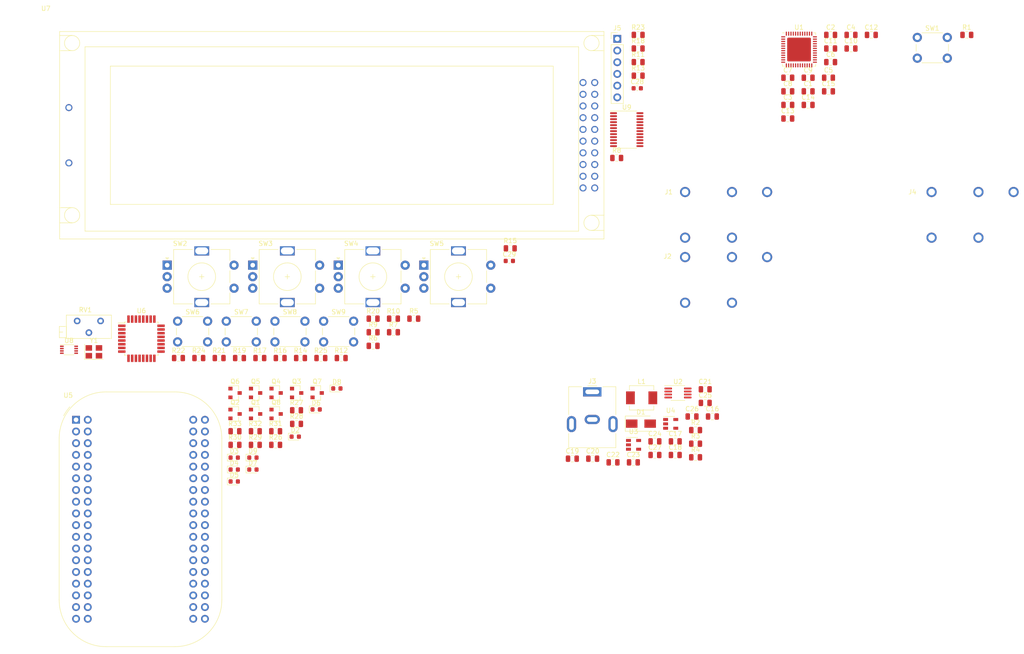
<source format=kicad_pcb>
(kicad_pcb (version 20171130) (host pcbnew 5.1.6-c6e7f7d~86~ubuntu18.04.1)
  (layers (0 F.Cu signal) (31 B.Cu signal) (34 B.Paste user) (35 F.Paste user) (36 B.SilkS user) (37 F.SilkS user) (38 B.Mask user) (39 F.Mask user) (44 Edge.Cuts user))
  (net 0 "")
  (net 1 3V3A)
  (net 2 GND)
  (net 3 /Audio/LINE1_LM)
  (net 4 "Net-(C5-Pad1)")
  (net 5 /Audio/LINE1_LP)
  (net 6 "Net-(C6-Pad1)")
  (net 7 +1V8)
  (net 8 /Audio/MONO_LOM)
  (net 9 "Net-(C14-Pad1)")
  (net 10 /Audio/MONO_LOP)
  (net 11 "Net-(C15-Pad1)")
  (net 12 "Net-(C16-Pad1)")
  (net 13 "Net-(C18-Pad1)")
  (net 14 "Net-(C19-Pad2)")
  (net 15 "Net-(C19-Pad1)")
  (net 16 +5V)
  (net 17 "Net-(C24-Pad1)")
  (net 18 "Net-(C25-Pad1)")
  (net 19 "Net-(C28-Pad1)")
  (net 20 "Net-(C29-Pad1)")
  (net 21 "Net-(D1-Pad2)")
  (net 22 "Net-(D2-Pad1)")
  (net 23 "Net-(D3-Pad1)")
  (net 24 "Net-(D4-Pad1)")
  (net 25 "Net-(D5-Pad1)")
  (net 26 "Net-(D6-Pad1)")
  (net 27 "Net-(D7-Pad1)")
  (net 28 "Net-(D8-Pad1)")
  (net 29 "Net-(D9-Pad1)")
  (net 30 /ExternalIO/EXP_PEDAL)
  (net 31 /ExternalIO/DISPLAY_DB3)
  (net 32 /~AIC_RESET)
  (net 33 /ExternalIO/DISPLAY_DB5)
  (net 34 /ExternalIO/DISPLAY_DB4)
  (net 35 "Net-(Q1-Pad3)")
  (net 36 /Processor/LED0)
  (net 37 "Net-(Q2-Pad3)")
  (net 38 /Processor/LED4)
  (net 39 "Net-(Q3-Pad3)")
  (net 40 /Processor/LED1)
  (net 41 "Net-(Q4-Pad3)")
  (net 42 /Processor/LED5)
  (net 43 "Net-(Q5-Pad3)")
  (net 44 /Processor/LED2)
  (net 45 "Net-(Q6-Pad3)")
  (net 46 /Processor/LED6)
  (net 47 "Net-(Q7-Pad3)")
  (net 48 /Processor/LED3)
  (net 49 "Net-(Q8-Pad3)")
  (net 50 /Processor/LED7)
  (net 51 +3V3)
  (net 52 "Net-(R2-Pad1)")
  (net 53 "Net-(R3-Pad1)")
  (net 54 /ExternalIO/ATMEGA_SDA)
  (net 55 /ExternalIO/ATMEGA_SCL)
  (net 56 "Net-(R7-Pad2)")
  (net 57 /IO_SCL)
  (net 58 /IO_SDA)
  (net 59 /ExternalIO/ENC0_A)
  (net 60 /ExternalIO/ENC1_A)
  (net 61 /ExternalIO/ENC0_B)
  (net 62 /ExternalIO/ENC1_B)
  (net 63 /ExternalIO/ENC0_SW)
  (net 64 /ExternalIO/ENC1_SW)
  (net 65 /ExternalIO/ENC2_A)
  (net 66 /ExternalIO/ENC3_A)
  (net 67 /ExternalIO/ENC2_B)
  (net 68 /ExternalIO/ENC3_B)
  (net 69 /ExternalIO/IO_SW0)
  (net 70 /ExternalIO/IO_SW1)
  (net 71 /ExternalIO/IO_SW2)
  (net 72 /ExternalIO/IO_SW3)
  (net 73 /ExternalIO/ENC2_SW)
  (net 74 /ExternalIO/ENC3_SW)
  (net 75 "Net-(RV1-Pad3)")
  (net 76 "Net-(RV1-Pad2)")
  (net 77 "Net-(U1-Pad48)")
  (net 78 "Net-(U1-Pad47)")
  (net 79 "Net-(U1-Pad46)")
  (net 80 "Net-(U1-Pad45)")
  (net 81 /AIC_DOUT)
  (net 82 /AIC_DIN)
  (net 83 /AIC_WCLK)
  (net 84 /AIC_BCLK)
  (net 85 /AIC_MCLK)
  (net 86 "Net-(U1-Pad35)")
  (net 87 "Net-(U1-Pad34)")
  (net 88 "Net-(U1-Pad32)")
  (net 89 "Net-(U1-Pad31)")
  (net 90 "Net-(U1-Pad30)")
  (net 91 "Net-(U1-Pad29)")
  (net 92 "Net-(U1-Pad23)")
  (net 93 "Net-(U1-Pad22)")
  (net 94 "Net-(U1-Pad19)")
  (net 95 "Net-(U1-Pad18)")
  (net 96 "Net-(U1-Pad14)")
  (net 97 "Net-(U1-Pad13)")
  (net 98 "Net-(U1-Pad12)")
  (net 99 "Net-(U1-Pad11)")
  (net 100 "Net-(U1-Pad10)")
  (net 101 "Net-(U1-Pad9)")
  (net 102 "Net-(U1-Pad8)")
  (net 103 "Net-(U1-Pad7)")
  (net 104 "Net-(U1-Pad6)")
  (net 105 "Net-(U1-Pad5)")
  (net 106 /AIC_SDA)
  (net 107 /AIC_SCL)
  (net 108 "Net-(U5-Pad38)")
  (net 109 "Net-(U5-Pad37)")
  (net 110 "Net-(U5-Pad56)")
  (net 111 "Net-(U5-Pad61)")
  (net 112 "Net-(U5-Pad39)")
  (net 113 "Net-(U5-Pad71)")
  (net 114 "Net-(U5-Pad70)")
  (net 115 "Net-(U5-Pad66)")
  (net 116 "Net-(U5-Pad44)")
  (net 117 "Net-(U5-Pad52)")
  (net 118 "Net-(U5-Pad60)")
  (net 119 /~POCKETBEAGLE_RESET)
  (net 120 "Net-(U5-Pad43)")
  (net 121 "Net-(U5-Pad69)")
  (net 122 "Net-(U5-Pad68)")
  (net 123 "Net-(U5-Pad65)")
  (net 124 "Net-(U5-Pad55)")
  (net 125 "Net-(U5-Pad63)")
  (net 126 "Net-(U5-Pad50)")
  (net 127 "Net-(U5-Pad59)")
  (net 128 "Net-(U5-Pad46)")
  (net 129 "Net-(U5-Pad54)")
  (net 130 "Net-(U5-Pad53)")
  (net 131 "Net-(U5-Pad42)")
  (net 132 "Net-(U5-Pad41)")
  (net 133 "Net-(U5-Pad48)")
  (net 134 "Net-(U5-Pad49)")
  (net 135 "Net-(U5-Pad67)")
  (net 136 "Net-(U5-Pad72)")
  (net 137 "Net-(U5-Pad40)")
  (net 138 "Net-(U5-Pad35)")
  (net 139 "Net-(U5-Pad34)")
  (net 140 "Net-(U5-Pad32)")
  (net 141 "Net-(U5-Pad31)")
  (net 142 "Net-(U5-Pad30)")
  (net 143 "Net-(U5-Pad27)")
  (net 144 "Net-(U5-Pad25)")
  (net 145 "Net-(U5-Pad24)")
  (net 146 "Net-(U5-Pad23)")
  (net 147 "Net-(U5-Pad21)")
  (net 148 "Net-(U5-Pad20)")
  (net 149 "Net-(U5-Pad19)")
  (net 150 "Net-(U5-Pad13)")
  (net 151 "Net-(U5-Pad12)")
  (net 152 "Net-(U5-Pad11)")
  (net 153 "Net-(U5-Pad10)")
  (net 154 "Net-(U5-Pad9)")
  (net 155 "Net-(U5-Pad8)")
  (net 156 "Net-(U5-Pad7)")
  (net 157 "Net-(U5-Pad6)")
  (net 158 "Net-(U5-Pad5)")
  (net 159 "Net-(U5-Pad4)")
  (net 160 "Net-(U5-Pad3)")
  (net 161 "Net-(U5-Pad2)")
  (net 162 /ExternalIO/~DISPLAY_WR)
  (net 163 /ExternalIO/DISPLAY_DB7)
  (net 164 /ExternalIO/DISPLAY_DB6)
  (net 165 /ExternalIO/~IO_INT)
  (net 166 "Net-(U6-Pad25)")
  (net 167 "Net-(U6-Pad24)")
  (net 168 "Net-(U6-Pad23)")
  (net 169 "Net-(U6-Pad22)")
  (net 170 /ExternalIO/DISPLAY_DB2)
  (net 171 /ExternalIO/DISPLAY_DB1)
  (net 172 /ExternalIO/DISPLAY_DB0)
  (net 173 "Net-(U6-Pad11)")
  (net 174 /ExternalIO/DISPLAY_FS)
  (net 175 /ExternalIO/~DISPLAY_CD)
  (net 176 /ExternalIO/~DISPLAY_CE)
  (net 177 /ExternalIO/~DISPLAY_RD)
  (net 178 "Net-(Y1-Pad4)")
  (net 179 "Net-(Y1-Pad2)")
  (net 180 "Net-(J1-PadRN)")
  (net 181 "Net-(J1-PadTN)")
  (net 182 "Net-(J2-PadRN)")
  (net 183 "Net-(J2-PadTN)")
  (net 184 "Net-(J4-PadRN)")
  (net 185 "Net-(J4-PadTN)")
  (module Whitebox:SN37A14B (layer F.Cu) (at 248.248 65.786)
    (fp_text reference J4 (at -4.154 0) (layer F.SilkS))
    (fp_text value AudioJack3_SwitchTR)
    (pad "" np_thru_hole circle (at 17.78 4.7498) (size 3.2512 3.2512) (drill 3.2512) (layers *.Cu *.Mask))
    (pad "" np_thru_hole circle (at 5.08 4.7498) (size 3.2512 3.2512) (drill 3.2512) (layers *.Cu *.Mask))
    (pad "" np_thru_hole circle (at 0 4.7498) (size 3.2512 3.2512) (drill 3.2512) (layers *.Cu *.Mask))
    (pad RN thru_hole circle (at 10.16 9.906) (size 2.2098 2.2098) (drill 1.4478) (layers *.Cu *.Mask) (net 184 "Net-(J4-PadRN)"))
    (pad TN thru_hole circle (at 0 9.906) (size 2.2098 2.2098) (drill 1.4478) (layers *.Cu *.Mask) (net 185 "Net-(J4-PadTN)"))
    (pad S thru_hole circle (at 17.78 0 90) (size 2.2098 2.2098) (drill 1.4478) (layers *.Cu *.Mask) (net 2 GND))
    (pad R thru_hole circle (at 10.16 0) (size 2.2098 2.2098) (drill 1.4478) (layers *.Cu *.Mask) (net 16 +5V))
    (pad T thru_hole circle (at 0 0) (size 2.2098 2.2098) (drill 1.4478) (layers *.Cu *.Mask) (net 30 /ExternalIO/EXP_PEDAL))
  )
  (module Whitebox:SN37A14B (layer F.Cu) (at 194.818 79.906)
    (fp_text reference J2 (at -3.81 -0.15) (layer F.SilkS))
    (fp_text value AudioJack3_SwitchTR)
    (pad "" np_thru_hole circle (at 17.78 4.7498) (size 3.2512 3.2512) (drill 3.2512) (layers *.Cu *.Mask))
    (pad "" np_thru_hole circle (at 5.08 4.7498) (size 3.2512 3.2512) (drill 3.2512) (layers *.Cu *.Mask))
    (pad "" np_thru_hole circle (at 0 4.7498) (size 3.2512 3.2512) (drill 3.2512) (layers *.Cu *.Mask))
    (pad RN thru_hole circle (at 10.16 9.906) (size 2.2098 2.2098) (drill 1.4478) (layers *.Cu *.Mask) (net 182 "Net-(J2-PadRN)"))
    (pad TN thru_hole circle (at 0 9.906) (size 2.2098 2.2098) (drill 1.4478) (layers *.Cu *.Mask) (net 183 "Net-(J2-PadTN)"))
    (pad S thru_hole circle (at 17.78 0 90) (size 2.2098 2.2098) (drill 1.4478) (layers *.Cu *.Mask) (net 2 GND))
    (pad R thru_hole circle (at 10.16 0) (size 2.2098 2.2098) (drill 1.4478) (layers *.Cu *.Mask) (net 9 "Net-(C14-Pad1)"))
    (pad T thru_hole circle (at 0 0) (size 2.2098 2.2098) (drill 1.4478) (layers *.Cu *.Mask) (net 11 "Net-(C15-Pad1)"))
  )
  (module Whitebox:SN37A14B (layer F.Cu) (at 194.818 65.786)
    (fp_text reference J1 (at -3.556 0) (layer F.SilkS))
    (fp_text value AudioJack3_SwitchTR)
    (pad "" np_thru_hole circle (at 17.78 4.7498) (size 3.2512 3.2512) (drill 3.2512) (layers *.Cu *.Mask))
    (pad "" np_thru_hole circle (at 5.08 4.7498) (size 3.2512 3.2512) (drill 3.2512) (layers *.Cu *.Mask))
    (pad "" np_thru_hole circle (at 0 4.7498) (size 3.2512 3.2512) (drill 3.2512) (layers *.Cu *.Mask))
    (pad RN thru_hole circle (at 10.16 9.906) (size 2.2098 2.2098) (drill 1.4478) (layers *.Cu *.Mask) (net 180 "Net-(J1-PadRN)"))
    (pad TN thru_hole circle (at 0 9.906) (size 2.2098 2.2098) (drill 1.4478) (layers *.Cu *.Mask) (net 181 "Net-(J1-PadTN)"))
    (pad S thru_hole circle (at 17.78 0 90) (size 2.2098 2.2098) (drill 1.4478) (layers *.Cu *.Mask) (net 2 GND))
    (pad R thru_hole circle (at 10.16 0) (size 2.2098 2.2098) (drill 1.4478) (layers *.Cu *.Mask) (net 4 "Net-(C5-Pad1)"))
    (pad T thru_hole circle (at 0 0) (size 2.2098 2.2098) (drill 1.4478) (layers *.Cu *.Mask) (net 6 "Net-(C6-Pad1)"))
  )
  (module Crystal:Crystal_SMD_Abracon_ABM8G-4Pin_3.2x2.5mm (layer F.Cu) (at 66.648 100.462)
    (fp_text reference Y1 (at 0 -2.45) (layer F.SilkS))
    (fp_text value Crystal_GND24_Small)
    (pad 4 smd rect (at -1.1 -0.85) (size 1.4 1.2) (layers F.Cu F.Paste F.Mask) (net 178 "Net-(Y1-Pad4)"))
    (pad 3 smd rect (at 1.1 -0.85) (size 1.4 1.2) (layers F.Cu F.Paste F.Mask) (net 20 "Net-(C29-Pad1)"))
    (pad 2 smd rect (at 1.1 0.85) (size 1.4 1.2) (layers F.Cu F.Paste F.Mask) (net 179 "Net-(Y1-Pad2)"))
    (pad 1 smd rect (at -1.1 0.85) (size 1.4 1.2) (layers F.Cu F.Paste F.Mask) (net 19 "Net-(C28-Pad1)"))
  )
  (module Package_SO:TSSOP-24_4.4x7.8mm_P0.65mm (layer F.Cu) (at 182.158 52.252)
    (fp_text reference U9 (at 0 -4.85) (layer F.SilkS))
    (fp_text value TCA6416APWR)
    (pad 24 smd roundrect (at 2.8625 -3.575) (size 1.475 0.4) (layers F.Cu F.Paste F.Mask) (net 16 +5V))
    (pad 23 smd roundrect (at 2.8625 -2.925) (size 1.475 0.4) (layers F.Cu F.Paste F.Mask) (net 54 /ExternalIO/ATMEGA_SDA))
    (pad 22 smd roundrect (at 2.8625 -2.275) (size 1.475 0.4) (layers F.Cu F.Paste F.Mask) (net 55 /ExternalIO/ATMEGA_SCL))
    (pad 21 smd roundrect (at 2.8625 -1.625) (size 1.475 0.4) (layers F.Cu F.Paste F.Mask) (net 2 GND))
    (pad 20 smd roundrect (at 2.8625 -0.975) (size 1.475 0.4) (layers F.Cu F.Paste F.Mask) (net 72 /ExternalIO/IO_SW3))
    (pad 19 smd roundrect (at 2.8625 -0.325) (size 1.475 0.4) (layers F.Cu F.Paste F.Mask) (net 71 /ExternalIO/IO_SW2))
    (pad 18 smd roundrect (at 2.8625 0.325) (size 1.475 0.4) (layers F.Cu F.Paste F.Mask) (net 70 /ExternalIO/IO_SW1))
    (pad 17 smd roundrect (at 2.8625 0.975) (size 1.475 0.4) (layers F.Cu F.Paste F.Mask) (net 69 /ExternalIO/IO_SW0))
    (pad 16 smd roundrect (at 2.8625 1.625) (size 1.475 0.4) (layers F.Cu F.Paste F.Mask) (net 74 /ExternalIO/ENC3_SW))
    (pad 15 smd roundrect (at 2.8625 2.275) (size 1.475 0.4) (layers F.Cu F.Paste F.Mask) (net 73 /ExternalIO/ENC2_SW))
    (pad 14 smd roundrect (at 2.8625 2.925) (size 1.475 0.4) (layers F.Cu F.Paste F.Mask) (net 64 /ExternalIO/ENC1_SW))
    (pad 13 smd roundrect (at 2.8625 3.575) (size 1.475 0.4) (layers F.Cu F.Paste F.Mask) (net 63 /ExternalIO/ENC0_SW))
    (pad 12 smd roundrect (at -2.8625 3.575) (size 1.475 0.4) (layers F.Cu F.Paste F.Mask) (net 2 GND))
    (pad 11 smd roundrect (at -2.8625 2.925) (size 1.475 0.4) (layers F.Cu F.Paste F.Mask) (net 68 /ExternalIO/ENC3_B))
    (pad 10 smd roundrect (at -2.8625 2.275) (size 1.475 0.4) (layers F.Cu F.Paste F.Mask) (net 66 /ExternalIO/ENC3_A))
    (pad 9 smd roundrect (at -2.8625 1.625) (size 1.475 0.4) (layers F.Cu F.Paste F.Mask) (net 67 /ExternalIO/ENC2_B))
    (pad 8 smd roundrect (at -2.8625 0.975) (size 1.475 0.4) (layers F.Cu F.Paste F.Mask) (net 65 /ExternalIO/ENC2_A))
    (pad 7 smd roundrect (at -2.8625 0.325) (size 1.475 0.4) (layers F.Cu F.Paste F.Mask) (net 62 /ExternalIO/ENC1_B))
    (pad 6 smd roundrect (at -2.8625 -0.325) (size 1.475 0.4) (layers F.Cu F.Paste F.Mask) (net 60 /ExternalIO/ENC1_A))
    (pad 5 smd roundrect (at -2.8625 -0.975) (size 1.475 0.4) (layers F.Cu F.Paste F.Mask) (net 61 /ExternalIO/ENC0_B))
    (pad 4 smd roundrect (at -2.8625 -1.625) (size 1.475 0.4) (layers F.Cu F.Paste F.Mask) (net 59 /ExternalIO/ENC0_A))
    (pad 3 smd roundrect (at -2.8625 -2.275) (size 1.475 0.4) (layers F.Cu F.Paste F.Mask) (net 32 /~AIC_RESET))
    (pad 2 smd roundrect (at -2.8625 -2.925) (size 1.475 0.4) (layers F.Cu F.Paste F.Mask) (net 16 +5V))
    (pad 1 smd roundrect (at -2.8625 -3.575) (size 1.475 0.4) (layers F.Cu F.Paste F.Mask) (net 165 /ExternalIO/~IO_INT))
  )
  (module Package_SO:VSSOP-8_2.3x2mm_P0.5mm (layer F.Cu) (at 61.248 100.012)
    (fp_text reference U8 (at 0 -2) (layer F.SilkS))
    (fp_text value PCA9306)
    (pad 8 smd rect (at 1.55 -0.75 270) (size 0.3 0.8) (layers F.Cu F.Paste F.Mask) (net 56 "Net-(R7-Pad2)"))
    (pad 7 smd rect (at 1.55 -0.25 270) (size 0.3 0.8) (layers F.Cu F.Paste F.Mask) (net 56 "Net-(R7-Pad2)"))
    (pad 6 smd rect (at 1.55 0.25 270) (size 0.3 0.8) (layers F.Cu F.Paste F.Mask) (net 55 /ExternalIO/ATMEGA_SCL))
    (pad 5 smd rect (at 1.55 0.75 270) (size 0.3 0.8) (layers F.Cu F.Paste F.Mask) (net 54 /ExternalIO/ATMEGA_SDA))
    (pad 4 smd rect (at -1.55 0.75 270) (size 0.3 0.8) (layers F.Cu F.Paste F.Mask) (net 58 /IO_SDA))
    (pad 3 smd rect (at -1.55 0.25 270) (size 0.3 0.8) (layers F.Cu F.Paste F.Mask) (net 57 /IO_SCL))
    (pad 2 smd rect (at -1.55 -0.25 270) (size 0.3 0.8) (layers F.Cu F.Paste F.Mask) (net 51 +3V3))
    (pad 1 smd rect (at -1.55 -0.75 270) (size 0.3 0.8) (layers F.Cu F.Paste F.Mask) (net 2 GND))
  )
  (module Whitebox:NHD-24064CZ-FSW-GBW (layer F.Cu) (at 59.222999 30.976999)
    (fp_text reference U7 (at -3 -5) (layer F.SilkS))
    (fp_text value NHD-24064CZ-FSW-GBW)
    (pad "" thru_hole circle (at 2 28.5) (size 1.524 1.524) (drill 1) (layers *.Cu *.Mask))
    (pad "" thru_hole circle (at 2 16.5) (size 1.524 1.524) (drill 1) (layers *.Cu *.Mask))
    (pad 1 thru_hole circle (at 113.46 11.07) (size 1.524 1.524) (drill 1) (layers *.Cu *.Mask) (net 2 GND))
    (pad 2 thru_hole circle (at 116 11.07) (size 1.524 1.524) (drill 1) (layers *.Cu *.Mask) (net 2 GND))
    (pad 3 thru_hole circle (at 113.46 13.61) (size 1.524 1.524) (drill 1) (layers *.Cu *.Mask) (net 16 +5V))
    (pad 4 thru_hole circle (at 116 13.61) (size 1.524 1.524) (drill 1) (layers *.Cu *.Mask) (net 76 "Net-(RV1-Pad2)"))
    (pad 5 thru_hole circle (at 113.46 16.15) (size 1.524 1.524) (drill 1) (layers *.Cu *.Mask) (net 162 /ExternalIO/~DISPLAY_WR))
    (pad 6 thru_hole circle (at 116 16.15) (size 1.524 1.524) (drill 1) (layers *.Cu *.Mask) (net 177 /ExternalIO/~DISPLAY_RD))
    (pad 7 thru_hole circle (at 113.46 18.69) (size 1.524 1.524) (drill 1) (layers *.Cu *.Mask) (net 176 /ExternalIO/~DISPLAY_CE))
    (pad 8 thru_hole circle (at 116 18.69) (size 1.524 1.524) (drill 1) (layers *.Cu *.Mask) (net 175 /ExternalIO/~DISPLAY_CD))
    (pad 9 thru_hole circle (at 113.46 21.23) (size 1.524 1.524) (drill 1) (layers *.Cu *.Mask) (net 75 "Net-(RV1-Pad3)"))
    (pad 10 thru_hole circle (at 116 21.23) (size 1.524 1.524) (drill 1) (layers *.Cu *.Mask) (net 32 /~AIC_RESET))
    (pad 11 thru_hole circle (at 113.46 23.77) (size 1.524 1.524) (drill 1) (layers *.Cu *.Mask) (net 172 /ExternalIO/DISPLAY_DB0))
    (pad 12 thru_hole circle (at 116 23.77) (size 1.524 1.524) (drill 1) (layers *.Cu *.Mask) (net 171 /ExternalIO/DISPLAY_DB1))
    (pad 13 thru_hole circle (at 113.46 26.31) (size 1.524 1.524) (drill 1) (layers *.Cu *.Mask) (net 170 /ExternalIO/DISPLAY_DB2))
    (pad 14 thru_hole circle (at 116 26.31) (size 1.524 1.524) (drill 1) (layers *.Cu *.Mask) (net 31 /ExternalIO/DISPLAY_DB3))
    (pad 15 thru_hole circle (at 113.46 28.85) (size 1.524 1.524) (drill 1) (layers *.Cu *.Mask) (net 34 /ExternalIO/DISPLAY_DB4))
    (pad 16 thru_hole circle (at 116 28.85) (size 1.524 1.524) (drill 1) (layers *.Cu *.Mask) (net 33 /ExternalIO/DISPLAY_DB5))
    (pad 17 thru_hole circle (at 113.46 31.39) (size 1.524 1.524) (drill 1) (layers *.Cu *.Mask) (net 164 /ExternalIO/DISPLAY_DB6))
    (pad 18 thru_hole circle (at 116 31.39) (size 1.524 1.524) (drill 1) (layers *.Cu *.Mask) (net 163 /ExternalIO/DISPLAY_DB7))
    (pad 19 thru_hole circle (at 113.46 33.93) (size 1.524 1.524) (drill 1) (layers *.Cu *.Mask) (net 174 /ExternalIO/DISPLAY_FS))
    (pad 20 thru_hole circle (at 116 33.93) (size 1.524 1.524) (drill 1) (layers *.Cu *.Mask) (net 16 +5V))
  )
  (module Package_QFP:TQFP-32_7x7mm_P0.8mm (layer F.Cu) (at 76.948 97.612)
    (fp_text reference U6 (at 0 -6.05) (layer F.SilkS))
    (fp_text value ATmega328P-AU)
    (pad 32 smd rect (at -2.8 -4.25 90) (size 1.6 0.55) (layers F.Cu F.Paste F.Mask) (net 162 /ExternalIO/~DISPLAY_WR))
    (pad 31 smd rect (at -2 -4.25 90) (size 1.6 0.55) (layers F.Cu F.Paste F.Mask) (net 163 /ExternalIO/DISPLAY_DB7))
    (pad 30 smd rect (at -1.2 -4.25 90) (size 1.6 0.55) (layers F.Cu F.Paste F.Mask) (net 164 /ExternalIO/DISPLAY_DB6))
    (pad 29 smd rect (at -0.4 -4.25 90) (size 1.6 0.55) (layers F.Cu F.Paste F.Mask) (net 32 /~AIC_RESET))
    (pad 28 smd rect (at 0.4 -4.25 90) (size 1.6 0.55) (layers F.Cu F.Paste F.Mask) (net 55 /ExternalIO/ATMEGA_SCL))
    (pad 27 smd rect (at 1.2 -4.25 90) (size 1.6 0.55) (layers F.Cu F.Paste F.Mask) (net 54 /ExternalIO/ATMEGA_SDA))
    (pad 26 smd rect (at 2 -4.25 90) (size 1.6 0.55) (layers F.Cu F.Paste F.Mask) (net 165 /ExternalIO/~IO_INT))
    (pad 25 smd rect (at 2.8 -4.25 90) (size 1.6 0.55) (layers F.Cu F.Paste F.Mask) (net 166 "Net-(U6-Pad25)"))
    (pad 24 smd rect (at 4.25 -2.8) (size 1.6 0.55) (layers F.Cu F.Paste F.Mask) (net 167 "Net-(U6-Pad24)"))
    (pad 23 smd rect (at 4.25 -2) (size 1.6 0.55) (layers F.Cu F.Paste F.Mask) (net 168 "Net-(U6-Pad23)"))
    (pad 22 smd rect (at 4.25 -1.2) (size 1.6 0.55) (layers F.Cu F.Paste F.Mask) (net 169 "Net-(U6-Pad22)"))
    (pad 21 smd rect (at 4.25 -0.4) (size 1.6 0.55) (layers F.Cu F.Paste F.Mask) (net 2 GND))
    (pad 20 smd rect (at 4.25 0.4) (size 1.6 0.55) (layers F.Cu F.Paste F.Mask) (net 16 +5V))
    (pad 19 smd rect (at 4.25 1.2) (size 1.6 0.55) (layers F.Cu F.Paste F.Mask) (net 30 /ExternalIO/EXP_PEDAL))
    (pad 18 smd rect (at 4.25 2) (size 1.6 0.55) (layers F.Cu F.Paste F.Mask) (net 16 +5V))
    (pad 17 smd rect (at 4.25 2.8) (size 1.6 0.55) (layers F.Cu F.Paste F.Mask) (net 33 /ExternalIO/DISPLAY_DB5))
    (pad 16 smd rect (at 2.8 4.25 90) (size 1.6 0.55) (layers F.Cu F.Paste F.Mask) (net 34 /ExternalIO/DISPLAY_DB4))
    (pad 15 smd rect (at 2 4.25 90) (size 1.6 0.55) (layers F.Cu F.Paste F.Mask) (net 31 /ExternalIO/DISPLAY_DB3))
    (pad 14 smd rect (at 1.2 4.25 90) (size 1.6 0.55) (layers F.Cu F.Paste F.Mask) (net 170 /ExternalIO/DISPLAY_DB2))
    (pad 13 smd rect (at 0.4 4.25 90) (size 1.6 0.55) (layers F.Cu F.Paste F.Mask) (net 171 /ExternalIO/DISPLAY_DB1))
    (pad 12 smd rect (at -0.4 4.25 90) (size 1.6 0.55) (layers F.Cu F.Paste F.Mask) (net 172 /ExternalIO/DISPLAY_DB0))
    (pad 11 smd rect (at -1.2 4.25 90) (size 1.6 0.55) (layers F.Cu F.Paste F.Mask) (net 173 "Net-(U6-Pad11)"))
    (pad 10 smd rect (at -2 4.25 90) (size 1.6 0.55) (layers F.Cu F.Paste F.Mask) (net 174 /ExternalIO/DISPLAY_FS))
    (pad 9 smd rect (at -2.8 4.25 90) (size 1.6 0.55) (layers F.Cu F.Paste F.Mask) (net 175 /ExternalIO/~DISPLAY_CD))
    (pad 8 smd rect (at -4.25 2.8) (size 1.6 0.55) (layers F.Cu F.Paste F.Mask) (net 20 "Net-(C29-Pad1)"))
    (pad 7 smd rect (at -4.25 2) (size 1.6 0.55) (layers F.Cu F.Paste F.Mask) (net 19 "Net-(C28-Pad1)"))
    (pad 6 smd rect (at -4.25 1.2) (size 1.6 0.55) (layers F.Cu F.Paste F.Mask) (net 16 +5V))
    (pad 5 smd rect (at -4.25 0.4) (size 1.6 0.55) (layers F.Cu F.Paste F.Mask) (net 2 GND))
    (pad 4 smd rect (at -4.25 -0.4) (size 1.6 0.55) (layers F.Cu F.Paste F.Mask) (net 16 +5V))
    (pad 3 smd rect (at -4.25 -1.2) (size 1.6 0.55) (layers F.Cu F.Paste F.Mask) (net 2 GND))
    (pad 2 smd rect (at -4.25 -2) (size 1.6 0.55) (layers F.Cu F.Paste F.Mask) (net 176 /ExternalIO/~DISPLAY_CE))
    (pad 1 smd rect (at -4.25 -2.8) (size 1.6 0.55) (layers F.Cu F.Paste F.Mask) (net 177 /ExternalIO/~DISPLAY_RD))
  )
  (module Module:BeagleBoard_PocketBeagle (layer F.Cu) (at 62.778 115.202)
    (fp_text reference U5 (at -1.71 -5.3 180) (layer F.SilkS))
    (fp_text value PocketBeagle)
    (pad 38 thru_hole oval (at 27.94 0) (size 1.7 1.7) (drill 1) (layers *.Cu *.Mask) (net 108 "Net-(U5-Pad38)"))
    (pad 37 thru_hole circle (at 25.4 0) (size 1.7 1.7) (drill 1) (layers *.Cu *.Mask) (net 109 "Net-(U5-Pad37)"))
    (pad 56 thru_hole oval (at 27.94 22.86) (size 1.7 1.7) (drill 1) (layers *.Cu *.Mask) (net 110 "Net-(U5-Pad56)"))
    (pad 61 thru_hole oval (at 25.4 30.48) (size 1.7 1.7) (drill 1) (layers *.Cu *.Mask) (net 111 "Net-(U5-Pad61)"))
    (pad 64 thru_hole oval (at 27.94 33.02) (size 1.7 1.7) (drill 1) (layers *.Cu *.Mask) (net 82 /AIC_DIN))
    (pad 39 thru_hole oval (at 25.4 2.54) (size 1.7 1.7) (drill 1) (layers *.Cu *.Mask) (net 112 "Net-(U5-Pad39)"))
    (pad 71 thru_hole oval (at 25.4 43.18) (size 1.7 1.7) (drill 1) (layers *.Cu *.Mask) (net 113 "Net-(U5-Pad71)"))
    (pad 70 thru_hole oval (at 27.94 40.64) (size 1.7 1.7) (drill 1) (layers *.Cu *.Mask) (net 114 "Net-(U5-Pad70)"))
    (pad 66 thru_hole oval (at 27.94 35.56) (size 1.7 1.7) (drill 1) (layers *.Cu *.Mask) (net 115 "Net-(U5-Pad66)"))
    (pad 57 thru_hole oval (at 25.4 25.4) (size 1.7 1.7) (drill 1) (layers *.Cu *.Mask) (net 2 GND))
    (pad 44 thru_hole oval (at 27.94 7.62) (size 1.7 1.7) (drill 1) (layers *.Cu *.Mask) (net 116 "Net-(U5-Pad44)"))
    (pad 52 thru_hole oval (at 27.94 17.78) (size 1.7 1.7) (drill 1) (layers *.Cu *.Mask) (net 117 "Net-(U5-Pad52)"))
    (pad 60 thru_hole oval (at 27.94 27.94) (size 1.7 1.7) (drill 1) (layers *.Cu *.Mask) (net 118 "Net-(U5-Pad60)"))
    (pad 62 thru_hole oval (at 27.94 30.48) (size 1.7 1.7) (drill 1) (layers *.Cu *.Mask) (net 119 /~POCKETBEAGLE_RESET))
    (pad 45 thru_hole oval (at 25.4 10.16) (size 1.7 1.7) (drill 1) (layers *.Cu *.Mask) (net 57 /IO_SCL))
    (pad 43 thru_hole oval (at 25.4 7.62) (size 1.7 1.7) (drill 1) (layers *.Cu *.Mask) (net 120 "Net-(U5-Pad43)"))
    (pad 69 thru_hole oval (at 25.4 40.64) (size 1.7 1.7) (drill 1) (layers *.Cu *.Mask) (net 121 "Net-(U5-Pad69)"))
    (pad 68 thru_hole oval (at 27.94 38.1) (size 1.7 1.7) (drill 1) (layers *.Cu *.Mask) (net 122 "Net-(U5-Pad68)"))
    (pad 65 thru_hole oval (at 25.4 35.56) (size 1.7 1.7) (drill 1) (layers *.Cu *.Mask) (net 123 "Net-(U5-Pad65)"))
    (pad 55 thru_hole oval (at 25.4 22.86) (size 1.7 1.7) (drill 1) (layers *.Cu *.Mask) (net 124 "Net-(U5-Pad55)"))
    (pad 63 thru_hole oval (at 25.4 33.02) (size 1.7 1.7) (drill 1) (layers *.Cu *.Mask) (net 125 "Net-(U5-Pad63)"))
    (pad 50 thru_hole oval (at 27.94 15.24) (size 1.7 1.7) (drill 1) (layers *.Cu *.Mask) (net 126 "Net-(U5-Pad50)"))
    (pad 59 thru_hole oval (at 25.4 27.94) (size 1.7 1.7) (drill 1) (layers *.Cu *.Mask) (net 127 "Net-(U5-Pad59)"))
    (pad 46 thru_hole oval (at 27.94 10.16) (size 1.7 1.7) (drill 1) (layers *.Cu *.Mask) (net 128 "Net-(U5-Pad46)"))
    (pad 54 thru_hole oval (at 27.94 20.32) (size 1.7 1.7) (drill 1) (layers *.Cu *.Mask) (net 129 "Net-(U5-Pad54)"))
    (pad 47 thru_hole oval (at 25.4 12.7) (size 1.7 1.7) (drill 1) (layers *.Cu *.Mask) (net 58 /IO_SDA))
    (pad 53 thru_hole oval (at 25.4 20.32) (size 1.7 1.7) (drill 1) (layers *.Cu *.Mask) (net 130 "Net-(U5-Pad53)"))
    (pad 42 thru_hole oval (at 27.94 5.08) (size 1.7 1.7) (drill 1) (layers *.Cu *.Mask) (net 131 "Net-(U5-Pad42)"))
    (pad 41 thru_hole oval (at 25.4 5.08) (size 1.7 1.7) (drill 1) (layers *.Cu *.Mask) (net 132 "Net-(U5-Pad41)"))
    (pad 48 thru_hole oval (at 27.94 12.7) (size 1.7 1.7) (drill 1) (layers *.Cu *.Mask) (net 133 "Net-(U5-Pad48)"))
    (pad 51 thru_hole oval (at 25.4 17.78) (size 1.7 1.7) (drill 1) (layers *.Cu *.Mask) (net 2 GND))
    (pad 49 thru_hole oval (at 25.4 15.24) (size 1.7 1.7) (drill 1) (layers *.Cu *.Mask) (net 134 "Net-(U5-Pad49)"))
    (pad 67 thru_hole oval (at 25.4 38.1) (size 1.7 1.7) (drill 1) (layers *.Cu *.Mask) (net 135 "Net-(U5-Pad67)"))
    (pad 72 thru_hole oval (at 27.94 43.18) (size 1.7 1.7) (drill 1) (layers *.Cu *.Mask) (net 136 "Net-(U5-Pad72)"))
    (pad 58 thru_hole oval (at 27.94 25.4) (size 1.7 1.7) (drill 1) (layers *.Cu *.Mask) (net 81 /AIC_DOUT))
    (pad 40 thru_hole oval (at 27.94 2.54) (size 1.7 1.7) (drill 1) (layers *.Cu *.Mask) (net 137 "Net-(U5-Pad40)"))
    (pad 36 thru_hole oval (at 2.54 43.18) (size 1.7 1.7) (drill 1) (layers *.Cu *.Mask) (net 84 /AIC_BCLK))
    (pad 35 thru_hole oval (at 0 43.18) (size 1.7 1.7) (drill 1) (layers *.Cu *.Mask) (net 138 "Net-(U5-Pad35)"))
    (pad 34 thru_hole oval (at 2.54 40.64) (size 1.7 1.7) (drill 1) (layers *.Cu *.Mask) (net 139 "Net-(U5-Pad34)"))
    (pad 33 thru_hole oval (at 0 40.64) (size 1.7 1.7) (drill 1) (layers *.Cu *.Mask) (net 83 /AIC_WCLK))
    (pad 32 thru_hole oval (at 2.54 38.1) (size 1.7 1.7) (drill 1) (layers *.Cu *.Mask) (net 140 "Net-(U5-Pad32)"))
    (pad 31 thru_hole oval (at 0 38.1) (size 1.7 1.7) (drill 1) (layers *.Cu *.Mask) (net 141 "Net-(U5-Pad31)"))
    (pad 30 thru_hole oval (at 2.54 35.56) (size 1.7 1.7) (drill 1) (layers *.Cu *.Mask) (net 142 "Net-(U5-Pad30)"))
    (pad 29 thru_hole oval (at 0 35.56) (size 1.7 1.7) (drill 1) (layers *.Cu *.Mask) (net 85 /AIC_MCLK))
    (pad 28 thru_hole oval (at 2.54 33.02) (size 1.7 1.7) (drill 1) (layers *.Cu *.Mask) (net 106 /AIC_SDA))
    (pad 27 thru_hole oval (at 0 33.02) (size 1.7 1.7) (drill 1) (layers *.Cu *.Mask) (net 143 "Net-(U5-Pad27)"))
    (pad 26 thru_hole oval (at 2.54 30.48) (size 1.7 1.7) (drill 1) (layers *.Cu *.Mask) (net 107 /AIC_SCL))
    (pad 25 thru_hole oval (at 0 30.48) (size 1.7 1.7) (drill 1) (layers *.Cu *.Mask) (net 144 "Net-(U5-Pad25)"))
    (pad 24 thru_hole oval (at 2.54 27.94) (size 1.7 1.7) (drill 1) (layers *.Cu *.Mask) (net 145 "Net-(U5-Pad24)"))
    (pad 23 thru_hole oval (at 0 27.94) (size 1.7 1.7) (drill 1) (layers *.Cu *.Mask) (net 146 "Net-(U5-Pad23)"))
    (pad 22 thru_hole oval (at 2.54 25.4) (size 1.7 1.7) (drill 1) (layers *.Cu *.Mask) (net 2 GND))
    (pad 21 thru_hole oval (at 0 25.4) (size 1.7 1.7) (drill 1) (layers *.Cu *.Mask) (net 147 "Net-(U5-Pad21)"))
    (pad 20 thru_hole oval (at 2.54 22.86) (size 1.7 1.7) (drill 1) (layers *.Cu *.Mask) (net 148 "Net-(U5-Pad20)"))
    (pad 19 thru_hole oval (at 0 22.86) (size 1.7 1.7) (drill 1) (layers *.Cu *.Mask) (net 149 "Net-(U5-Pad19)"))
    (pad 18 thru_hole oval (at 2.54 20.32) (size 1.7 1.7) (drill 1) (layers *.Cu *.Mask) (net 7 +1V8))
    (pad 17 thru_hole oval (at 0 20.32) (size 1.7 1.7) (drill 1) (layers *.Cu *.Mask) (net 2 GND))
    (pad 16 thru_hole oval (at 2.54 17.78) (size 1.7 1.7) (drill 1) (layers *.Cu *.Mask) (net 2 GND))
    (pad 15 thru_hole oval (at 0 17.78) (size 1.7 1.7) (drill 1) (layers *.Cu *.Mask) (net 2 GND))
    (pad 14 thru_hole oval (at 2.54 15.24) (size 1.7 1.7) (drill 1) (layers *.Cu *.Mask) (net 51 +3V3))
    (pad 13 thru_hole oval (at 0 15.24) (size 1.7 1.7) (drill 1) (layers *.Cu *.Mask) (net 150 "Net-(U5-Pad13)"))
    (pad 12 thru_hole oval (at 2.54 12.7) (size 1.7 1.7) (drill 1) (layers *.Cu *.Mask) (net 151 "Net-(U5-Pad12)"))
    (pad 11 thru_hole oval (at 0 12.7) (size 1.7 1.7) (drill 1) (layers *.Cu *.Mask) (net 152 "Net-(U5-Pad11)"))
    (pad 10 thru_hole oval (at 2.54 10.16) (size 1.7 1.7) (drill 1) (layers *.Cu *.Mask) (net 153 "Net-(U5-Pad10)"))
    (pad 9 thru_hole oval (at 0 10.16) (size 1.7 1.7) (drill 1) (layers *.Cu *.Mask) (net 154 "Net-(U5-Pad9)"))
    (pad 8 thru_hole oval (at 2.54 7.62) (size 1.7 1.7) (drill 1) (layers *.Cu *.Mask) (net 155 "Net-(U5-Pad8)"))
    (pad 7 thru_hole oval (at 0 7.62) (size 1.7 1.7) (drill 1) (layers *.Cu *.Mask) (net 156 "Net-(U5-Pad7)"))
    (pad 6 thru_hole oval (at 2.54 5.08) (size 1.7 1.7) (drill 1) (layers *.Cu *.Mask) (net 157 "Net-(U5-Pad6)"))
    (pad 5 thru_hole oval (at 0 5.08) (size 1.7 1.7) (drill 1) (layers *.Cu *.Mask) (net 158 "Net-(U5-Pad5)"))
    (pad 4 thru_hole oval (at 2.54 2.54) (size 1.7 1.7) (drill 1) (layers *.Cu *.Mask) (net 159 "Net-(U5-Pad4)"))
    (pad 3 thru_hole oval (at 0 2.54) (size 1.7 1.7) (drill 1) (layers *.Cu *.Mask) (net 160 "Net-(U5-Pad3)"))
    (pad 2 thru_hole oval (at 2.54 0) (size 1.7 1.7) (drill 1) (layers *.Cu *.Mask) (net 161 "Net-(U5-Pad2)"))
    (pad 1 thru_hole rect (at 0 0) (size 1.7 1.7) (drill 1) (layers *.Cu *.Mask) (net 16 +5V))
  )
  (module Package_TO_SOT_SMD:SOT-23-5 (layer F.Cu) (at 191.688 116.092)
    (fp_text reference U4 (at 0 -2.9) (layer F.SilkS))
    (fp_text value LP2985-1.8)
    (pad 5 smd rect (at 1.1 -0.95) (size 1.06 0.65) (layers F.Cu F.Paste F.Mask) (net 7 +1V8))
    (pad 4 smd rect (at 1.1 0.95) (size 1.06 0.65) (layers F.Cu F.Paste F.Mask) (net 18 "Net-(C25-Pad1)"))
    (pad 3 smd rect (at -1.1 0.95) (size 1.06 0.65) (layers F.Cu F.Paste F.Mask) (net 16 +5V))
    (pad 2 smd rect (at -1.1 0) (size 1.06 0.65) (layers F.Cu F.Paste F.Mask) (net 2 GND))
    (pad 1 smd rect (at -1.1 -0.95) (size 1.06 0.65) (layers F.Cu F.Paste F.Mask) (net 16 +5V))
  )
  (module Package_TO_SOT_SMD:SOT-23-5 (layer F.Cu) (at 183.638 120.642)
    (fp_text reference U3 (at 0 -2.9) (layer F.SilkS))
    (fp_text value LP2985-3.3)
    (pad 5 smd rect (at 1.1 -0.95) (size 1.06 0.65) (layers F.Cu F.Paste F.Mask) (net 1 3V3A))
    (pad 4 smd rect (at 1.1 0.95) (size 1.06 0.65) (layers F.Cu F.Paste F.Mask) (net 17 "Net-(C24-Pad1)"))
    (pad 3 smd rect (at -1.1 0.95) (size 1.06 0.65) (layers F.Cu F.Paste F.Mask) (net 16 +5V))
    (pad 2 smd rect (at -1.1 0) (size 1.06 0.65) (layers F.Cu F.Paste F.Mask) (net 2 GND))
    (pad 1 smd rect (at -1.1 -0.95) (size 1.06 0.65) (layers F.Cu F.Paste F.Mask) (net 16 +5V))
  )
  (module Package_SO:MSOP-8_3x3mm_P0.65mm (layer F.Cu) (at 193.268 109.392)
    (fp_text reference U2 (at 0 -2.45) (layer F.SilkS))
    (fp_text value MCP16311MS)
    (pad 8 smd roundrect (at 2.1125 -0.975) (size 1.625 0.4) (layers F.Cu F.Paste F.Mask) (net 2 GND))
    (pad 7 smd roundrect (at 2.1125 -0.325) (size 1.625 0.4) (layers F.Cu F.Paste F.Mask) (net 14 "Net-(C19-Pad2)"))
    (pad 6 smd roundrect (at 2.1125 0.325) (size 1.625 0.4) (layers F.Cu F.Paste F.Mask) (net 15 "Net-(C19-Pad1)"))
    (pad 5 smd roundrect (at 2.1125 0.975) (size 1.625 0.4) (layers F.Cu F.Paste F.Mask) (net 2 GND))
    (pad 4 smd roundrect (at -2.1125 0.975) (size 1.625 0.4) (layers F.Cu F.Paste F.Mask) (net 12 "Net-(C16-Pad1)"))
    (pad 3 smd roundrect (at -2.1125 0.325) (size 1.625 0.4) (layers F.Cu F.Paste F.Mask) (net 12 "Net-(C16-Pad1)"))
    (pad 2 smd roundrect (at -2.1125 -0.325) (size 1.625 0.4) (layers F.Cu F.Paste F.Mask) (net 13 "Net-(C18-Pad1)"))
    (pad 1 smd roundrect (at -2.1125 -0.975) (size 1.625 0.4) (layers F.Cu F.Paste F.Mask) (net 53 "Net-(R3-Pad1)"))
  )
  (module Package_DFN_QFN:VQFN-48-1EP_7x7mm_P0.5mm_EP5.15x5.15mm (layer F.Cu) (at 219.518 34.872)
    (fp_text reference U1 (at 0 -4.82) (layer F.SilkS))
    (fp_text value TLV320AIC3106IRGZR)
    (pad 48 smd roundrect (at -2.75 -3.4375) (size 0.25 0.875) (layers F.Cu F.Paste F.Mask) (net 77 "Net-(U1-Pad48)"))
    (pad 47 smd roundrect (at -2.25 -3.4375) (size 0.25 0.875) (layers F.Cu F.Paste F.Mask) (net 78 "Net-(U1-Pad47)"))
    (pad 46 smd roundrect (at -1.75 -3.4375) (size 0.25 0.875) (layers F.Cu F.Paste F.Mask) (net 79 "Net-(U1-Pad46)"))
    (pad 45 smd roundrect (at -1.25 -3.4375) (size 0.25 0.875) (layers F.Cu F.Paste F.Mask) (net 80 "Net-(U1-Pad45)"))
    (pad 44 smd roundrect (at -0.75 -3.4375) (size 0.25 0.875) (layers F.Cu F.Paste F.Mask) (net 7 +1V8))
    (pad 43 smd roundrect (at -0.25 -3.4375) (size 0.25 0.875) (layers F.Cu F.Paste F.Mask) (net 2 GND))
    (pad 42 smd roundrect (at 0.25 -3.4375) (size 0.25 0.875) (layers F.Cu F.Paste F.Mask) (net 2 GND))
    (pad 41 smd roundrect (at 0.75 -3.4375) (size 0.25 0.875) (layers F.Cu F.Paste F.Mask) (net 81 /AIC_DOUT))
    (pad 40 smd roundrect (at 1.25 -3.4375) (size 0.25 0.875) (layers F.Cu F.Paste F.Mask) (net 82 /AIC_DIN))
    (pad 39 smd roundrect (at 1.75 -3.4375) (size 0.25 0.875) (layers F.Cu F.Paste F.Mask) (net 83 /AIC_WCLK))
    (pad 38 smd roundrect (at 2.25 -3.4375) (size 0.25 0.875) (layers F.Cu F.Paste F.Mask) (net 84 /AIC_BCLK))
    (pad 37 smd roundrect (at 2.75 -3.4375) (size 0.25 0.875) (layers F.Cu F.Paste F.Mask) (net 85 /AIC_MCLK))
    (pad 36 smd roundrect (at 3.4375 -2.75) (size 0.875 0.25) (layers F.Cu F.Paste F.Mask) (net 7 +1V8))
    (pad 35 smd roundrect (at 3.4375 -2.25) (size 0.875 0.25) (layers F.Cu F.Paste F.Mask) (net 86 "Net-(U1-Pad35)"))
    (pad 34 smd roundrect (at 3.4375 -1.75) (size 0.875 0.25) (layers F.Cu F.Paste F.Mask) (net 87 "Net-(U1-Pad34)"))
    (pad 33 smd roundrect (at 3.4375 -1.25) (size 0.875 0.25) (layers F.Cu F.Paste F.Mask) (net 32 /~AIC_RESET))
    (pad 32 smd roundrect (at 3.4375 -0.75) (size 0.875 0.25) (layers F.Cu F.Paste F.Mask) (net 88 "Net-(U1-Pad32)"))
    (pad 31 smd roundrect (at 3.4375 -0.25) (size 0.875 0.25) (layers F.Cu F.Paste F.Mask) (net 89 "Net-(U1-Pad31)"))
    (pad 30 smd roundrect (at 3.4375 0.25) (size 0.875 0.25) (layers F.Cu F.Paste F.Mask) (net 90 "Net-(U1-Pad30)"))
    (pad 29 smd roundrect (at 3.4375 0.75) (size 0.875 0.25) (layers F.Cu F.Paste F.Mask) (net 91 "Net-(U1-Pad29)"))
    (pad 28 smd roundrect (at 3.4375 1.25) (size 0.875 0.25) (layers F.Cu F.Paste F.Mask) (net 8 /Audio/MONO_LOM))
    (pad 27 smd roundrect (at 3.4375 1.75) (size 0.875 0.25) (layers F.Cu F.Paste F.Mask) (net 10 /Audio/MONO_LOP))
    (pad 26 smd roundrect (at 3.4375 2.25) (size 0.875 0.25) (layers F.Cu F.Paste F.Mask) (net 2 GND))
    (pad 25 smd roundrect (at 3.4375 2.75) (size 0.875 0.25) (layers F.Cu F.Paste F.Mask) (net 1 3V3A))
    (pad 24 smd roundrect (at 2.75 3.4375) (size 0.25 0.875) (layers F.Cu F.Paste F.Mask) (net 1 3V3A))
    (pad 23 smd roundrect (at 2.25 3.4375) (size 0.25 0.875) (layers F.Cu F.Paste F.Mask) (net 92 "Net-(U1-Pad23)"))
    (pad 22 smd roundrect (at 1.75 3.4375) (size 0.25 0.875) (layers F.Cu F.Paste F.Mask) (net 93 "Net-(U1-Pad22)"))
    (pad 21 smd roundrect (at 1.25 3.4375) (size 0.25 0.875) (layers F.Cu F.Paste F.Mask) (net 2 GND))
    (pad 20 smd roundrect (at 0.75 3.4375) (size 0.25 0.875) (layers F.Cu F.Paste F.Mask) (net 2 GND))
    (pad 19 smd roundrect (at 0.25 3.4375) (size 0.25 0.875) (layers F.Cu F.Paste F.Mask) (net 94 "Net-(U1-Pad19)"))
    (pad 18 smd roundrect (at -0.25 3.4375) (size 0.25 0.875) (layers F.Cu F.Paste F.Mask) (net 95 "Net-(U1-Pad18)"))
    (pad 17 smd roundrect (at -0.75 3.4375) (size 0.25 0.875) (layers F.Cu F.Paste F.Mask) (net 1 3V3A))
    (pad 16 smd roundrect (at -1.25 3.4375) (size 0.25 0.875) (layers F.Cu F.Paste F.Mask) (net 1 3V3A))
    (pad 15 smd roundrect (at -1.75 3.4375) (size 0.25 0.875) (layers F.Cu F.Paste F.Mask) (net 2 GND))
    (pad 14 smd roundrect (at -2.25 3.4375) (size 0.25 0.875) (layers F.Cu F.Paste F.Mask) (net 96 "Net-(U1-Pad14)"))
    (pad 13 smd roundrect (at -2.75 3.4375) (size 0.25 0.875) (layers F.Cu F.Paste F.Mask) (net 97 "Net-(U1-Pad13)"))
    (pad 12 smd roundrect (at -3.4375 2.75) (size 0.875 0.25) (layers F.Cu F.Paste F.Mask) (net 98 "Net-(U1-Pad12)"))
    (pad 11 smd roundrect (at -3.4375 2.25) (size 0.875 0.25) (layers F.Cu F.Paste F.Mask) (net 99 "Net-(U1-Pad11)"))
    (pad 10 smd roundrect (at -3.4375 1.75) (size 0.875 0.25) (layers F.Cu F.Paste F.Mask) (net 100 "Net-(U1-Pad10)"))
    (pad 9 smd roundrect (at -3.4375 1.25) (size 0.875 0.25) (layers F.Cu F.Paste F.Mask) (net 101 "Net-(U1-Pad9)"))
    (pad 8 smd roundrect (at -3.4375 0.75) (size 0.875 0.25) (layers F.Cu F.Paste F.Mask) (net 102 "Net-(U1-Pad8)"))
    (pad 7 smd roundrect (at -3.4375 0.25) (size 0.875 0.25) (layers F.Cu F.Paste F.Mask) (net 103 "Net-(U1-Pad7)"))
    (pad 6 smd roundrect (at -3.4375 -0.25) (size 0.875 0.25) (layers F.Cu F.Paste F.Mask) (net 104 "Net-(U1-Pad6)"))
    (pad 5 smd roundrect (at -3.4375 -0.75) (size 0.875 0.25) (layers F.Cu F.Paste F.Mask) (net 105 "Net-(U1-Pad5)"))
    (pad 4 smd roundrect (at -3.4375 -1.25) (size 0.875 0.25) (layers F.Cu F.Paste F.Mask) (net 3 /Audio/LINE1_LM))
    (pad 3 smd roundrect (at -3.4375 -1.75) (size 0.875 0.25) (layers F.Cu F.Paste F.Mask) (net 5 /Audio/LINE1_LP))
    (pad 2 smd roundrect (at -3.4375 -2.25) (size 0.875 0.25) (layers F.Cu F.Paste F.Mask) (net 106 /AIC_SDA))
    (pad 1 smd roundrect (at -3.4375 -2.75) (size 0.875 0.25) (layers F.Cu F.Paste F.Mask) (net 107 /AIC_SCL))
    (pad 49 smd roundrect (at 0 0) (size 5.15 5.15) (layers F.Cu F.Mask) (roundrect_rratio 0.048544) (net 2 GND))
  )
  (module Button_Switch_THT:SW_PUSH_6mm (layer F.Cu) (at 116.448 93.812)
    (fp_text reference SW9 (at 3.25 -2) (layer F.SilkS))
    (fp_text value SW_Push)
    (pad 1 thru_hole circle (at 6.5 0 90) (size 2 2) (drill 1.1) (layers *.Cu *.Mask) (net 72 /ExternalIO/IO_SW3))
    (pad 2 thru_hole circle (at 6.5 4.5 90) (size 2 2) (drill 1.1) (layers *.Cu *.Mask) (net 16 +5V))
    (pad 1 thru_hole circle (at 0 0 90) (size 2 2) (drill 1.1) (layers *.Cu *.Mask) (net 72 /ExternalIO/IO_SW3))
    (pad 2 thru_hole circle (at 0 4.5 90) (size 2 2) (drill 1.1) (layers *.Cu *.Mask) (net 16 +5V))
  )
  (module Button_Switch_THT:SW_PUSH_6mm (layer F.Cu) (at 105.898 93.812)
    (fp_text reference SW8 (at 3.25 -2) (layer F.SilkS))
    (fp_text value SW_Push)
    (pad 1 thru_hole circle (at 6.5 0 90) (size 2 2) (drill 1.1) (layers *.Cu *.Mask) (net 71 /ExternalIO/IO_SW2))
    (pad 2 thru_hole circle (at 6.5 4.5 90) (size 2 2) (drill 1.1) (layers *.Cu *.Mask) (net 16 +5V))
    (pad 1 thru_hole circle (at 0 0 90) (size 2 2) (drill 1.1) (layers *.Cu *.Mask) (net 71 /ExternalIO/IO_SW2))
    (pad 2 thru_hole circle (at 0 4.5 90) (size 2 2) (drill 1.1) (layers *.Cu *.Mask) (net 16 +5V))
  )
  (module Button_Switch_THT:SW_PUSH_6mm (layer F.Cu) (at 95.348 93.812)
    (fp_text reference SW7 (at 3.25 -2) (layer F.SilkS))
    (fp_text value SW_Push)
    (pad 1 thru_hole circle (at 6.5 0 90) (size 2 2) (drill 1.1) (layers *.Cu *.Mask) (net 70 /ExternalIO/IO_SW1))
    (pad 2 thru_hole circle (at 6.5 4.5 90) (size 2 2) (drill 1.1) (layers *.Cu *.Mask) (net 16 +5V))
    (pad 1 thru_hole circle (at 0 0 90) (size 2 2) (drill 1.1) (layers *.Cu *.Mask) (net 70 /ExternalIO/IO_SW1))
    (pad 2 thru_hole circle (at 0 4.5 90) (size 2 2) (drill 1.1) (layers *.Cu *.Mask) (net 16 +5V))
  )
  (module Button_Switch_THT:SW_PUSH_6mm (layer F.Cu) (at 84.798 93.812)
    (fp_text reference SW6 (at 3.25 -2) (layer F.SilkS))
    (fp_text value SW_Push)
    (pad 1 thru_hole circle (at 6.5 0 90) (size 2 2) (drill 1.1) (layers *.Cu *.Mask) (net 69 /ExternalIO/IO_SW0))
    (pad 2 thru_hole circle (at 6.5 4.5 90) (size 2 2) (drill 1.1) (layers *.Cu *.Mask) (net 16 +5V))
    (pad 1 thru_hole circle (at 0 0 90) (size 2 2) (drill 1.1) (layers *.Cu *.Mask) (net 69 /ExternalIO/IO_SW0))
    (pad 2 thru_hole circle (at 0 4.5 90) (size 2 2) (drill 1.1) (layers *.Cu *.Mask) (net 16 +5V))
  )
  (module Rotary_Encoder:RotaryEncoder_Alps_EC11E-Switch_Vertical_H20mm (layer F.Cu) (at 138.178 81.662)
    (fp_text reference SW5 (at 2.8 -4.7) (layer F.SilkS))
    (fp_text value Rotary_Encoder_Switch)
    (pad A thru_hole rect (at 0 0) (size 2 2) (drill 1) (layers *.Cu *.Mask) (net 66 /ExternalIO/ENC3_A))
    (pad C thru_hole circle (at 0 2.5) (size 2 2) (drill 1) (layers *.Cu *.Mask) (net 16 +5V))
    (pad B thru_hole circle (at 0 5) (size 2 2) (drill 1) (layers *.Cu *.Mask) (net 68 /ExternalIO/ENC3_B))
    (pad MP thru_hole rect (at 7.5 -3.1) (size 3.2 2) (drill oval 2.8 1.5) (layers *.Cu *.Mask))
    (pad MP thru_hole rect (at 7.5 8.1) (size 3.2 2) (drill oval 2.8 1.5) (layers *.Cu *.Mask))
    (pad S2 thru_hole circle (at 14.5 0) (size 2 2) (drill 1) (layers *.Cu *.Mask) (net 74 /ExternalIO/ENC3_SW))
    (pad S1 thru_hole circle (at 14.5 5) (size 2 2) (drill 1) (layers *.Cu *.Mask) (net 16 +5V))
  )
  (module Rotary_Encoder:RotaryEncoder_Alps_EC11E-Switch_Vertical_H20mm (layer F.Cu) (at 119.628 81.662)
    (fp_text reference SW4 (at 2.8 -4.7) (layer F.SilkS))
    (fp_text value Rotary_Encoder_Switch)
    (pad A thru_hole rect (at 0 0) (size 2 2) (drill 1) (layers *.Cu *.Mask) (net 65 /ExternalIO/ENC2_A))
    (pad C thru_hole circle (at 0 2.5) (size 2 2) (drill 1) (layers *.Cu *.Mask) (net 16 +5V))
    (pad B thru_hole circle (at 0 5) (size 2 2) (drill 1) (layers *.Cu *.Mask) (net 67 /ExternalIO/ENC2_B))
    (pad MP thru_hole rect (at 7.5 -3.1) (size 3.2 2) (drill oval 2.8 1.5) (layers *.Cu *.Mask))
    (pad MP thru_hole rect (at 7.5 8.1) (size 3.2 2) (drill oval 2.8 1.5) (layers *.Cu *.Mask))
    (pad S2 thru_hole circle (at 14.5 0) (size 2 2) (drill 1) (layers *.Cu *.Mask) (net 73 /ExternalIO/ENC2_SW))
    (pad S1 thru_hole circle (at 14.5 5) (size 2 2) (drill 1) (layers *.Cu *.Mask) (net 16 +5V))
  )
  (module Rotary_Encoder:RotaryEncoder_Alps_EC11E-Switch_Vertical_H20mm (layer F.Cu) (at 101.078 81.662)
    (fp_text reference SW3 (at 2.8 -4.7) (layer F.SilkS))
    (fp_text value Rotary_Encoder_Switch)
    (pad A thru_hole rect (at 0 0) (size 2 2) (drill 1) (layers *.Cu *.Mask) (net 60 /ExternalIO/ENC1_A))
    (pad C thru_hole circle (at 0 2.5) (size 2 2) (drill 1) (layers *.Cu *.Mask) (net 16 +5V))
    (pad B thru_hole circle (at 0 5) (size 2 2) (drill 1) (layers *.Cu *.Mask) (net 62 /ExternalIO/ENC1_B))
    (pad MP thru_hole rect (at 7.5 -3.1) (size 3.2 2) (drill oval 2.8 1.5) (layers *.Cu *.Mask))
    (pad MP thru_hole rect (at 7.5 8.1) (size 3.2 2) (drill oval 2.8 1.5) (layers *.Cu *.Mask))
    (pad S2 thru_hole circle (at 14.5 0) (size 2 2) (drill 1) (layers *.Cu *.Mask) (net 64 /ExternalIO/ENC1_SW))
    (pad S1 thru_hole circle (at 14.5 5) (size 2 2) (drill 1) (layers *.Cu *.Mask) (net 16 +5V))
  )
  (module Rotary_Encoder:RotaryEncoder_Alps_EC11E-Switch_Vertical_H20mm (layer F.Cu) (at 82.528 81.662)
    (fp_text reference SW2 (at 2.8 -4.7) (layer F.SilkS))
    (fp_text value Rotary_Encoder_Switch)
    (pad A thru_hole rect (at 0 0) (size 2 2) (drill 1) (layers *.Cu *.Mask) (net 59 /ExternalIO/ENC0_A))
    (pad C thru_hole circle (at 0 2.5) (size 2 2) (drill 1) (layers *.Cu *.Mask) (net 16 +5V))
    (pad B thru_hole circle (at 0 5) (size 2 2) (drill 1) (layers *.Cu *.Mask) (net 61 /ExternalIO/ENC0_B))
    (pad MP thru_hole rect (at 7.5 -3.1) (size 3.2 2) (drill oval 2.8 1.5) (layers *.Cu *.Mask))
    (pad MP thru_hole rect (at 7.5 8.1) (size 3.2 2) (drill oval 2.8 1.5) (layers *.Cu *.Mask))
    (pad S2 thru_hole circle (at 14.5 0) (size 2 2) (drill 1) (layers *.Cu *.Mask) (net 63 /ExternalIO/ENC0_SW))
    (pad S1 thru_hole circle (at 14.5 5) (size 2 2) (drill 1) (layers *.Cu *.Mask) (net 16 +5V))
  )
  (module Button_Switch_THT:SW_PUSH_6mm (layer F.Cu) (at 245.158 32.252)
    (fp_text reference SW1 (at 3.25 -2) (layer F.SilkS))
    (fp_text value SW_Push)
    (pad 1 thru_hole circle (at 6.5 0 90) (size 2 2) (drill 1.1) (layers *.Cu *.Mask) (net 2 GND))
    (pad 2 thru_hole circle (at 6.5 4.5 90) (size 2 2) (drill 1.1) (layers *.Cu *.Mask) (net 32 /~AIC_RESET))
    (pad 1 thru_hole circle (at 0 0 90) (size 2 2) (drill 1.1) (layers *.Cu *.Mask) (net 2 GND))
    (pad 2 thru_hole circle (at 0 4.5 90) (size 2 2) (drill 1.1) (layers *.Cu *.Mask) (net 32 /~AIC_RESET))
  )
  (module Potentiometer_THT:Potentiometer_Bourns_3296Z_Horizontal (layer F.Cu) (at 68.098 93.762)
    (fp_text reference RV1 (at -3.3 -2.4) (layer F.SilkS))
    (fp_text value R_POT_TRIM_10k)
    (pad 3 thru_hole circle (at -5.08 0) (size 1.44 1.44) (drill 0.8) (layers *.Cu *.Mask) (net 75 "Net-(RV1-Pad3)"))
    (pad 2 thru_hole circle (at -2.54 2.54) (size 1.44 1.44) (drill 0.8) (layers *.Cu *.Mask) (net 76 "Net-(RV1-Pad2)"))
    (pad 1 thru_hole circle (at 0 0) (size 1.44 1.44) (drill 0.8) (layers *.Cu *.Mask) (net 2 GND))
  )
  (module Resistor_SMD:R_0805_2012Metric (layer F.Cu) (at 97.228 117.692)
    (fp_text reference R33 (at 0 -1.65) (layer F.SilkS))
    (fp_text value 100)
    (pad 2 smd roundrect (at 0.9375 0) (size 0.975 1.4) (layers F.Cu F.Paste F.Mask) (net 49 "Net-(Q8-Pad3)"))
    (pad 1 smd roundrect (at -0.9375 0) (size 0.975 1.4) (layers F.Cu F.Paste F.Mask) (net 29 "Net-(D9-Pad1)"))
  )
  (module Resistor_SMD:R_0805_2012Metric (layer F.Cu) (at 101.638 117.692)
    (fp_text reference R32 (at 0 -1.65) (layer F.SilkS))
    (fp_text value 100)
    (pad 2 smd roundrect (at 0.9375 0) (size 0.975 1.4) (layers F.Cu F.Paste F.Mask) (net 47 "Net-(Q7-Pad3)"))
    (pad 1 smd roundrect (at -0.9375 0) (size 0.975 1.4) (layers F.Cu F.Paste F.Mask) (net 28 "Net-(D8-Pad1)"))
  )
  (module Resistor_SMD:R_0805_2012Metric (layer F.Cu) (at 106.048 117.692)
    (fp_text reference R31 (at 0 -1.65) (layer F.SilkS))
    (fp_text value 100)
    (pad 2 smd roundrect (at 0.9375 0) (size 0.975 1.4) (layers F.Cu F.Paste F.Mask) (net 45 "Net-(Q6-Pad3)"))
    (pad 1 smd roundrect (at -0.9375 0) (size 0.975 1.4) (layers F.Cu F.Paste F.Mask) (net 27 "Net-(D7-Pad1)"))
  )
  (module Resistor_SMD:R_0805_2012Metric (layer F.Cu) (at 97.228 120.642)
    (fp_text reference R30 (at 0 -1.65) (layer F.SilkS))
    (fp_text value 100)
    (pad 2 smd roundrect (at 0.9375 0) (size 0.975 1.4) (layers F.Cu F.Paste F.Mask) (net 43 "Net-(Q5-Pad3)"))
    (pad 1 smd roundrect (at -0.9375 0) (size 0.975 1.4) (layers F.Cu F.Paste F.Mask) (net 26 "Net-(D6-Pad1)"))
  )
  (module Resistor_SMD:R_0805_2012Metric (layer F.Cu) (at 101.638 120.642)
    (fp_text reference R29 (at 0 -1.65) (layer F.SilkS))
    (fp_text value 100)
    (pad 2 smd roundrect (at 0.9375 0) (size 0.975 1.4) (layers F.Cu F.Paste F.Mask) (net 41 "Net-(Q4-Pad3)"))
    (pad 1 smd roundrect (at -0.9375 0) (size 0.975 1.4) (layers F.Cu F.Paste F.Mask) (net 25 "Net-(D5-Pad1)"))
  )
  (module Resistor_SMD:R_0805_2012Metric (layer F.Cu) (at 110.578 116.092)
    (fp_text reference R28 (at 0 -1.65) (layer F.SilkS))
    (fp_text value 100)
    (pad 2 smd roundrect (at 0.9375 0) (size 0.975 1.4) (layers F.Cu F.Paste F.Mask) (net 39 "Net-(Q3-Pad3)"))
    (pad 1 smd roundrect (at -0.9375 0) (size 0.975 1.4) (layers F.Cu F.Paste F.Mask) (net 24 "Net-(D4-Pad1)"))
  )
  (module Resistor_SMD:R_0805_2012Metric (layer F.Cu) (at 110.578 113.142)
    (fp_text reference R27 (at 0 -1.65) (layer F.SilkS))
    (fp_text value 100)
    (pad 2 smd roundrect (at 0.9375 0) (size 0.975 1.4) (layers F.Cu F.Paste F.Mask) (net 37 "Net-(Q2-Pad3)"))
    (pad 1 smd roundrect (at -0.9375 0) (size 0.975 1.4) (layers F.Cu F.Paste F.Mask) (net 23 "Net-(D3-Pad1)"))
  )
  (module Resistor_SMD:R_0805_2012Metric (layer F.Cu) (at 106.048 120.642)
    (fp_text reference R26 (at 0 -1.65) (layer F.SilkS))
    (fp_text value 100)
    (pad 2 smd roundrect (at 0.9375 0) (size 0.975 1.4) (layers F.Cu F.Paste F.Mask) (net 35 "Net-(Q1-Pad3)"))
    (pad 1 smd roundrect (at -0.9375 0) (size 0.975 1.4) (layers F.Cu F.Paste F.Mask) (net 22 "Net-(D2-Pad1)"))
  )
  (module Resistor_SMD:R_0805_2012Metric (layer F.Cu) (at 115.848 101.812)
    (fp_text reference R25 (at 0 -1.65) (layer F.SilkS))
    (fp_text value 10k)
    (pad 2 smd roundrect (at 0.9375 0) (size 0.975 1.4) (layers F.Cu F.Paste F.Mask) (net 2 GND))
    (pad 1 smd roundrect (at -0.9375 0) (size 0.975 1.4) (layers F.Cu F.Paste F.Mask) (net 74 /ExternalIO/ENC3_SW))
  )
  (module Resistor_SMD:R_0805_2012Metric (layer F.Cu) (at 89.388 101.812)
    (fp_text reference R24 (at 0 -1.65) (layer F.SilkS))
    (fp_text value 10k)
    (pad 2 smd roundrect (at 0.9375 0) (size 0.975 1.4) (layers F.Cu F.Paste F.Mask) (net 2 GND))
    (pad 1 smd roundrect (at -0.9375 0) (size 0.975 1.4) (layers F.Cu F.Paste F.Mask) (net 73 /ExternalIO/ENC2_SW))
  )
  (module Resistor_SMD:R_0805_2012Metric (layer F.Cu) (at 184.638 31.702)
    (fp_text reference R23 (at 0 -1.65) (layer F.SilkS))
    (fp_text value 10k)
    (pad 2 smd roundrect (at 0.9375 0) (size 0.975 1.4) (layers F.Cu F.Paste F.Mask) (net 2 GND))
    (pad 1 smd roundrect (at -0.9375 0) (size 0.975 1.4) (layers F.Cu F.Paste F.Mask) (net 72 /ExternalIO/IO_SW3))
  )
  (module Resistor_SMD:R_0805_2012Metric (layer F.Cu) (at 84.978 101.812)
    (fp_text reference R22 (at 0 -1.65) (layer F.SilkS))
    (fp_text value 10k)
    (pad 2 smd roundrect (at 0.9375 0) (size 0.975 1.4) (layers F.Cu F.Paste F.Mask) (net 2 GND))
    (pad 1 smd roundrect (at -0.9375 0) (size 0.975 1.4) (layers F.Cu F.Paste F.Mask) (net 71 /ExternalIO/IO_SW2))
  )
  (module Resistor_SMD:R_0805_2012Metric (layer F.Cu) (at 93.798 101.812)
    (fp_text reference R21 (at 0 -1.65) (layer F.SilkS))
    (fp_text value 10k)
    (pad 2 smd roundrect (at 0.9375 0) (size 0.975 1.4) (layers F.Cu F.Paste F.Mask) (net 2 GND))
    (pad 1 smd roundrect (at -0.9375 0) (size 0.975 1.4) (layers F.Cu F.Paste F.Mask) (net 70 /ExternalIO/IO_SW1))
  )
  (module Resistor_SMD:R_0805_2012Metric (layer F.Cu) (at 127.178 93.262)
    (fp_text reference R20 (at 0 -1.65) (layer F.SilkS))
    (fp_text value 10k)
    (pad 2 smd roundrect (at 0.9375 0) (size 0.975 1.4) (layers F.Cu F.Paste F.Mask) (net 2 GND))
    (pad 1 smd roundrect (at -0.9375 0) (size 0.975 1.4) (layers F.Cu F.Paste F.Mask) (net 69 /ExternalIO/IO_SW0))
  )
  (module Resistor_SMD:R_0805_2012Metric (layer F.Cu) (at 98.208 101.812)
    (fp_text reference R19 (at 0 -1.65) (layer F.SilkS))
    (fp_text value 10k)
    (pad 2 smd roundrect (at 0.9375 0) (size 0.975 1.4) (layers F.Cu F.Paste F.Mask) (net 2 GND))
    (pad 1 smd roundrect (at -0.9375 0) (size 0.975 1.4) (layers F.Cu F.Paste F.Mask) (net 68 /ExternalIO/ENC3_B))
  )
  (module Resistor_SMD:R_0805_2012Metric (layer F.Cu) (at 184.638 34.652)
    (fp_text reference R18 (at 0 -1.65) (layer F.SilkS))
    (fp_text value 10k)
    (pad 2 smd roundrect (at 0.9375 0) (size 0.975 1.4) (layers F.Cu F.Paste F.Mask) (net 2 GND))
    (pad 1 smd roundrect (at -0.9375 0) (size 0.975 1.4) (layers F.Cu F.Paste F.Mask) (net 67 /ExternalIO/ENC2_B))
  )
  (module Resistor_SMD:R_0805_2012Metric (layer F.Cu) (at 102.618 101.812)
    (fp_text reference R17 (at 0 -1.65) (layer F.SilkS))
    (fp_text value 10k)
    (pad 2 smd roundrect (at 0.9375 0) (size 0.975 1.4) (layers F.Cu F.Paste F.Mask) (net 2 GND))
    (pad 1 smd roundrect (at -0.9375 0) (size 0.975 1.4) (layers F.Cu F.Paste F.Mask) (net 66 /ExternalIO/ENC3_A))
  )
  (module Resistor_SMD:R_0805_2012Metric (layer F.Cu) (at 107.028 101.812)
    (fp_text reference R16 (at 0 -1.65) (layer F.SilkS))
    (fp_text value 10k)
    (pad 2 smd roundrect (at 0.9375 0) (size 0.975 1.4) (layers F.Cu F.Paste F.Mask) (net 2 GND))
    (pad 1 smd roundrect (at -0.9375 0) (size 0.975 1.4) (layers F.Cu F.Paste F.Mask) (net 65 /ExternalIO/ENC2_A))
  )
  (module Resistor_SMD:R_0805_2012Metric (layer F.Cu) (at 156.908 78.012)
    (fp_text reference R15 (at 0 -1.65) (layer F.SilkS))
    (fp_text value 10k)
    (pad 2 smd roundrect (at 0.9375 0) (size 0.975 1.4) (layers F.Cu F.Paste F.Mask) (net 2 GND))
    (pad 1 smd roundrect (at -0.9375 0) (size 0.975 1.4) (layers F.Cu F.Paste F.Mask) (net 64 /ExternalIO/ENC1_SW))
  )
  (module Resistor_SMD:R_0805_2012Metric (layer F.Cu) (at 111.438 101.812)
    (fp_text reference R14 (at 0 -1.65) (layer F.SilkS))
    (fp_text value 10k)
    (pad 2 smd roundrect (at 0.9375 0) (size 0.975 1.4) (layers F.Cu F.Paste F.Mask) (net 2 GND))
    (pad 1 smd roundrect (at -0.9375 0) (size 0.975 1.4) (layers F.Cu F.Paste F.Mask) (net 63 /ExternalIO/ENC0_SW))
  )
  (module Resistor_SMD:R_0805_2012Metric (layer F.Cu) (at 184.638 40.552)
    (fp_text reference R13 (at 0 -1.65) (layer F.SilkS))
    (fp_text value 10k)
    (pad 2 smd roundrect (at 0.9375 0) (size 0.975 1.4) (layers F.Cu F.Paste F.Mask) (net 2 GND))
    (pad 1 smd roundrect (at -0.9375 0) (size 0.975 1.4) (layers F.Cu F.Paste F.Mask) (net 62 /ExternalIO/ENC1_B))
  )
  (module Resistor_SMD:R_0805_2012Metric (layer F.Cu) (at 120.258 101.812)
    (fp_text reference R12 (at 0 -1.65) (layer F.SilkS))
    (fp_text value 10k)
    (pad 2 smd roundrect (at 0.9375 0) (size 0.975 1.4) (layers F.Cu F.Paste F.Mask) (net 2 GND))
    (pad 1 smd roundrect (at -0.9375 0) (size 0.975 1.4) (layers F.Cu F.Paste F.Mask) (net 61 /ExternalIO/ENC0_B))
  )
  (module Resistor_SMD:R_0805_2012Metric (layer F.Cu) (at 184.638 37.602)
    (fp_text reference R11 (at 0 -1.65) (layer F.SilkS))
    (fp_text value 10k)
    (pad 2 smd roundrect (at 0.9375 0) (size 0.975 1.4) (layers F.Cu F.Paste F.Mask) (net 2 GND))
    (pad 1 smd roundrect (at -0.9375 0) (size 0.975 1.4) (layers F.Cu F.Paste F.Mask) (net 60 /ExternalIO/ENC1_A))
  )
  (module Resistor_SMD:R_0805_2012Metric (layer F.Cu) (at 131.588 93.262)
    (fp_text reference R10 (at 0 -1.65) (layer F.SilkS))
    (fp_text value 10k)
    (pad 2 smd roundrect (at 0.9375 0) (size 0.975 1.4) (layers F.Cu F.Paste F.Mask) (net 2 GND))
    (pad 1 smd roundrect (at -0.9375 0) (size 0.975 1.4) (layers F.Cu F.Paste F.Mask) (net 59 /ExternalIO/ENC0_A))
  )
  (module Resistor_SMD:R_0805_2012Metric (layer F.Cu) (at 127.178 96.212)
    (fp_text reference R9 (at 0 -1.65) (layer F.SilkS))
    (fp_text value 4.7k)
    (pad 2 smd roundrect (at 0.9375 0) (size 0.975 1.4) (layers F.Cu F.Paste F.Mask) (net 58 /IO_SDA))
    (pad 1 smd roundrect (at -0.9375 0) (size 0.975 1.4) (layers F.Cu F.Paste F.Mask) (net 16 +5V))
  )
  (module Resistor_SMD:R_0805_2012Metric (layer F.Cu) (at 179.988 58.402)
    (fp_text reference R8 (at 0 -1.65) (layer F.SilkS))
    (fp_text value 4.7k)
    (pad 2 smd roundrect (at 0.9375 0) (size 0.975 1.4) (layers F.Cu F.Paste F.Mask) (net 57 /IO_SCL))
    (pad 1 smd roundrect (at -0.9375 0) (size 0.975 1.4) (layers F.Cu F.Paste F.Mask) (net 16 +5V))
  )
  (module Resistor_SMD:R_0805_2012Metric (layer F.Cu) (at 131.588 96.212)
    (fp_text reference R7 (at 0 -1.65) (layer F.SilkS))
    (fp_text value 200k)
    (pad 2 smd roundrect (at 0.9375 0) (size 0.975 1.4) (layers F.Cu F.Paste F.Mask) (net 56 "Net-(R7-Pad2)"))
    (pad 1 smd roundrect (at -0.9375 0) (size 0.975 1.4) (layers F.Cu F.Paste F.Mask) (net 16 +5V))
  )
  (module Resistor_SMD:R_0805_2012Metric (layer F.Cu) (at 127.178 99.162)
    (fp_text reference R6 (at 0 -1.65) (layer F.SilkS))
    (fp_text value 4.7k)
    (pad 2 smd roundrect (at 0.9375 0) (size 0.975 1.4) (layers F.Cu F.Paste F.Mask) (net 55 /ExternalIO/ATMEGA_SCL))
    (pad 1 smd roundrect (at -0.9375 0) (size 0.975 1.4) (layers F.Cu F.Paste F.Mask) (net 16 +5V))
  )
  (module Resistor_SMD:R_0805_2012Metric (layer F.Cu) (at 135.998 93.262)
    (fp_text reference R5 (at 0 -1.65) (layer F.SilkS))
    (fp_text value 4.7k)
    (pad 2 smd roundrect (at 0.9375 0) (size 0.975 1.4) (layers F.Cu F.Paste F.Mask) (net 54 /ExternalIO/ATMEGA_SDA))
    (pad 1 smd roundrect (at -0.9375 0) (size 0.975 1.4) (layers F.Cu F.Paste F.Mask) (net 16 +5V))
  )
  (module Resistor_SMD:R_0805_2012Metric (layer F.Cu) (at 197.088 123.342)
    (fp_text reference R4 (at 0 -1.65) (layer F.SilkS))
    (fp_text value 51k)
    (pad 2 smd roundrect (at 0.9375 0) (size 0.975 1.4) (layers F.Cu F.Paste F.Mask) (net 52 "Net-(R2-Pad1)"))
    (pad 1 smd roundrect (at -0.9375 0) (size 0.975 1.4) (layers F.Cu F.Paste F.Mask) (net 53 "Net-(R3-Pad1)"))
  )
  (module Resistor_SMD:R_0805_2012Metric (layer F.Cu) (at 197.088 120.392)
    (fp_text reference R3 (at 0 -1.65) (layer F.SilkS))
    (fp_text value 10k)
    (pad 2 smd roundrect (at 0.9375 0) (size 0.975 1.4) (layers F.Cu F.Paste F.Mask) (net 2 GND))
    (pad 1 smd roundrect (at -0.9375 0) (size 0.975 1.4) (layers F.Cu F.Paste F.Mask) (net 53 "Net-(R3-Pad1)"))
  )
  (module Resistor_SMD:R_0805_2012Metric (layer F.Cu) (at 197.088 117.442)
    (fp_text reference R2 (at 0 -1.65) (layer F.SilkS))
    (fp_text value 1k)
    (pad 2 smd roundrect (at 0.9375 0) (size 0.975 1.4) (layers F.Cu F.Paste F.Mask) (net 16 +5V))
    (pad 1 smd roundrect (at -0.9375 0) (size 0.975 1.4) (layers F.Cu F.Paste F.Mask) (net 52 "Net-(R2-Pad1)"))
  )
  (module Resistor_SMD:R_0805_2012Metric (layer F.Cu) (at 255.888 31.702)
    (fp_text reference R1 (at 0 -1.65) (layer F.SilkS))
    (fp_text value 10k)
    (pad 2 smd roundrect (at 0.9375 0) (size 0.975 1.4) (layers F.Cu F.Paste F.Mask) (net 32 /~AIC_RESET))
    (pad 1 smd roundrect (at -0.9375 0) (size 0.975 1.4) (layers F.Cu F.Paste F.Mask) (net 51 +3V3))
  )
  (module Package_TO_SOT_SMD:SOT-23 (layer F.Cu) (at 106.148 113.942)
    (fp_text reference Q8 (at 0 -2.5) (layer F.SilkS))
    (fp_text value 2N7002)
    (pad 3 smd rect (at 1 0) (size 0.9 0.8) (layers F.Cu F.Paste F.Mask) (net 49 "Net-(Q8-Pad3)"))
    (pad 2 smd rect (at -1 0.95) (size 0.9 0.8) (layers F.Cu F.Paste F.Mask) (net 2 GND))
    (pad 1 smd rect (at -1 -0.95) (size 0.9 0.8) (layers F.Cu F.Paste F.Mask) (net 50 /Processor/LED7))
  )
  (module Package_TO_SOT_SMD:SOT-23 (layer F.Cu) (at 115.048 109.392)
    (fp_text reference Q7 (at 0 -2.5) (layer F.SilkS))
    (fp_text value 2N7002)
    (pad 3 smd rect (at 1 0) (size 0.9 0.8) (layers F.Cu F.Paste F.Mask) (net 47 "Net-(Q7-Pad3)"))
    (pad 2 smd rect (at -1 0.95) (size 0.9 0.8) (layers F.Cu F.Paste F.Mask) (net 2 GND))
    (pad 1 smd rect (at -1 -0.95) (size 0.9 0.8) (layers F.Cu F.Paste F.Mask) (net 48 /Processor/LED3))
  )
  (module Package_TO_SOT_SMD:SOT-23 (layer F.Cu) (at 97.248 109.392)
    (fp_text reference Q6 (at 0 -2.5) (layer F.SilkS))
    (fp_text value 2N7002)
    (pad 3 smd rect (at 1 0) (size 0.9 0.8) (layers F.Cu F.Paste F.Mask) (net 45 "Net-(Q6-Pad3)"))
    (pad 2 smd rect (at -1 0.95) (size 0.9 0.8) (layers F.Cu F.Paste F.Mask) (net 2 GND))
    (pad 1 smd rect (at -1 -0.95) (size 0.9 0.8) (layers F.Cu F.Paste F.Mask) (net 46 /Processor/LED6))
  )
  (module Package_TO_SOT_SMD:SOT-23 (layer F.Cu) (at 101.698 109.392)
    (fp_text reference Q5 (at 0 -2.5) (layer F.SilkS))
    (fp_text value 2N7002)
    (pad 3 smd rect (at 1 0) (size 0.9 0.8) (layers F.Cu F.Paste F.Mask) (net 43 "Net-(Q5-Pad3)"))
    (pad 2 smd rect (at -1 0.95) (size 0.9 0.8) (layers F.Cu F.Paste F.Mask) (net 2 GND))
    (pad 1 smd rect (at -1 -0.95) (size 0.9 0.8) (layers F.Cu F.Paste F.Mask) (net 44 /Processor/LED2))
  )
  (module Package_TO_SOT_SMD:SOT-23 (layer F.Cu) (at 106.148 109.392)
    (fp_text reference Q4 (at 0 -2.5) (layer F.SilkS))
    (fp_text value 2N7002)
    (pad 3 smd rect (at 1 0) (size 0.9 0.8) (layers F.Cu F.Paste F.Mask) (net 41 "Net-(Q4-Pad3)"))
    (pad 2 smd rect (at -1 0.95) (size 0.9 0.8) (layers F.Cu F.Paste F.Mask) (net 2 GND))
    (pad 1 smd rect (at -1 -0.95) (size 0.9 0.8) (layers F.Cu F.Paste F.Mask) (net 42 /Processor/LED5))
  )
  (module Package_TO_SOT_SMD:SOT-23 (layer F.Cu) (at 110.598 109.392)
    (fp_text reference Q3 (at 0 -2.5) (layer F.SilkS))
    (fp_text value 2N7002)
    (pad 3 smd rect (at 1 0) (size 0.9 0.8) (layers F.Cu F.Paste F.Mask) (net 39 "Net-(Q3-Pad3)"))
    (pad 2 smd rect (at -1 0.95) (size 0.9 0.8) (layers F.Cu F.Paste F.Mask) (net 2 GND))
    (pad 1 smd rect (at -1 -0.95) (size 0.9 0.8) (layers F.Cu F.Paste F.Mask) (net 40 /Processor/LED1))
  )
  (module Package_TO_SOT_SMD:SOT-23 (layer F.Cu) (at 97.248 113.942)
    (fp_text reference Q2 (at 0 -2.5) (layer F.SilkS))
    (fp_text value 2N7002)
    (pad 3 smd rect (at 1 0) (size 0.9 0.8) (layers F.Cu F.Paste F.Mask) (net 37 "Net-(Q2-Pad3)"))
    (pad 2 smd rect (at -1 0.95) (size 0.9 0.8) (layers F.Cu F.Paste F.Mask) (net 2 GND))
    (pad 1 smd rect (at -1 -0.95) (size 0.9 0.8) (layers F.Cu F.Paste F.Mask) (net 38 /Processor/LED4))
  )
  (module Package_TO_SOT_SMD:SOT-23 (layer F.Cu) (at 101.698 113.942)
    (fp_text reference Q1 (at 0 -2.5) (layer F.SilkS))
    (fp_text value 2N7002)
    (pad 3 smd rect (at 1 0) (size 0.9 0.8) (layers F.Cu F.Paste F.Mask) (net 35 "Net-(Q1-Pad3)"))
    (pad 2 smd rect (at -1 0.95) (size 0.9 0.8) (layers F.Cu F.Paste F.Mask) (net 2 GND))
    (pad 1 smd rect (at -1 -0.95) (size 0.9 0.8) (layers F.Cu F.Paste F.Mask) (net 36 /Processor/LED0))
  )
  (module Inductor_SMD:L_Vishay_IHLP-2020 (layer F.Cu) (at 185.388 110.442)
    (fp_text reference L1 (at 0 -3.54) (layer F.SilkS))
    (fp_text value 22uH)
    (pad 2 smd rect (at 2.4265 0) (size 1.903 2.79) (layers F.Cu F.Paste F.Mask) (net 16 +5V))
    (pad 1 smd rect (at -2.4265 0) (size 1.903 2.79) (layers F.Cu F.Paste F.Mask) (net 15 "Net-(C19-Pad1)"))
  )
  (module Connector_PinHeader_2.54mm:PinHeader_1x06_P2.54mm_Vertical (layer F.Cu) (at 180.108 32.552)
    (fp_text reference J5 (at 0 -2.33) (layer F.SilkS))
    (fp_text value Conn_01x06)
    (pad 6 thru_hole oval (at 0 12.7) (size 1.7 1.7) (drill 1) (layers *.Cu *.Mask) (net 31 /ExternalIO/DISPLAY_DB3))
    (pad 5 thru_hole oval (at 0 10.16) (size 1.7 1.7) (drill 1) (layers *.Cu *.Mask) (net 32 /~AIC_RESET))
    (pad 4 thru_hole oval (at 0 7.62) (size 1.7 1.7) (drill 1) (layers *.Cu *.Mask) (net 33 /ExternalIO/DISPLAY_DB5))
    (pad 3 thru_hole oval (at 0 5.08) (size 1.7 1.7) (drill 1) (layers *.Cu *.Mask) (net 34 /ExternalIO/DISPLAY_DB4))
    (pad 2 thru_hole oval (at 0 2.54) (size 1.7 1.7) (drill 1) (layers *.Cu *.Mask) (net 2 GND))
    (pad 1 thru_hole rect (at 0 0) (size 1.7 1.7) (drill 1) (layers *.Cu *.Mask) (net 16 +5V))
  )
  (module Connector_BarrelJack:BarrelJack_CUI_PJ-063AH_Horizontal (layer F.Cu) (at 174.688 109.142)
    (fp_text reference J3 (at 0 -2.3) (layer F.SilkS))
    (fp_text value Barrel_Jack)
    (pad "" np_thru_hole circle (at 0 9) (size 1.6 1.6) (drill 1.6) (layers *.Cu *.Mask))
    (pad MP thru_hole oval (at 4.5 7) (size 2 3.5) (drill oval 1 2.5) (layers *.Cu *.Mask))
    (pad MP thru_hole oval (at -4.5 7) (size 2 3.5) (drill oval 1 2.5) (layers *.Cu *.Mask))
    (pad 2 thru_hole oval (at 0 6) (size 3.3 2) (drill oval 2.3 1) (layers *.Cu *.Mask) (net 2 GND))
    (pad 1 thru_hole rect (at 0 0) (size 4 2) (drill oval 3 1) (layers *.Cu *.Mask) (net 21 "Net-(D1-Pad2)"))
  )
  (module Diode_SMD:D_0603_1608Metric (layer F.Cu) (at 101.118 123.412)
    (fp_text reference D9 (at 0 -1.43) (layer F.SilkS))
    (fp_text value LED)
    (pad 2 smd roundrect (at 0.7875 0) (size 0.875 0.95) (layers F.Cu F.Paste F.Mask) (net 16 +5V))
    (pad 1 smd roundrect (at -0.7875 0) (size 0.875 0.95) (layers F.Cu F.Paste F.Mask) (net 29 "Net-(D9-Pad1)"))
  )
  (module Diode_SMD:D_0603_1608Metric (layer F.Cu) (at 119.318 108.412)
    (fp_text reference D8 (at 0 -1.43) (layer F.SilkS))
    (fp_text value LED)
    (pad 2 smd roundrect (at 0.7875 0) (size 0.875 0.95) (layers F.Cu F.Paste F.Mask) (net 16 +5V))
    (pad 1 smd roundrect (at -0.7875 0) (size 0.875 0.95) (layers F.Cu F.Paste F.Mask) (net 28 "Net-(D8-Pad1)"))
  )
  (module Diode_SMD:D_0603_1608Metric (layer F.Cu) (at 101.118 126.002)
    (fp_text reference D7 (at 0 -1.43) (layer F.SilkS))
    (fp_text value LED)
    (pad 2 smd roundrect (at 0.7875 0) (size 0.875 0.95) (layers F.Cu F.Paste F.Mask) (net 16 +5V))
    (pad 1 smd roundrect (at -0.7875 0) (size 0.875 0.95) (layers F.Cu F.Paste F.Mask) (net 27 "Net-(D7-Pad1)"))
  )
  (module Diode_SMD:D_0603_1608Metric (layer F.Cu) (at 114.828 112.962)
    (fp_text reference D6 (at 0 -1.43) (layer F.SilkS))
    (fp_text value LED)
    (pad 2 smd roundrect (at 0.7875 0) (size 0.875 0.95) (layers F.Cu F.Paste F.Mask) (net 16 +5V))
    (pad 1 smd roundrect (at -0.7875 0) (size 0.875 0.95) (layers F.Cu F.Paste F.Mask) (net 26 "Net-(D6-Pad1)"))
  )
  (module Diode_SMD:D_0603_1608Metric (layer F.Cu) (at 97.068 128.592)
    (fp_text reference D5 (at 0 -1.43) (layer F.SilkS))
    (fp_text value LED)
    (pad 2 smd roundrect (at 0.7875 0) (size 0.875 0.95) (layers F.Cu F.Paste F.Mask) (net 16 +5V))
    (pad 1 smd roundrect (at -0.7875 0) (size 0.875 0.95) (layers F.Cu F.Paste F.Mask) (net 25 "Net-(D5-Pad1)"))
  )
  (module Diode_SMD:D_0603_1608Metric (layer F.Cu) (at 97.068 126.002)
    (fp_text reference D4 (at 0 -1.43) (layer F.SilkS))
    (fp_text value LED)
    (pad 2 smd roundrect (at 0.7875 0) (size 0.875 0.95) (layers F.Cu F.Paste F.Mask) (net 16 +5V))
    (pad 1 smd roundrect (at -0.7875 0) (size 0.875 0.95) (layers F.Cu F.Paste F.Mask) (net 24 "Net-(D4-Pad1)"))
  )
  (module Diode_SMD:D_0603_1608Metric (layer F.Cu) (at 97.068 123.412)
    (fp_text reference D3 (at 0 -1.43) (layer F.SilkS))
    (fp_text value LED)
    (pad 2 smd roundrect (at 0.7875 0) (size 0.875 0.95) (layers F.Cu F.Paste F.Mask) (net 16 +5V))
    (pad 1 smd roundrect (at -0.7875 0) (size 0.875 0.95) (layers F.Cu F.Paste F.Mask) (net 23 "Net-(D3-Pad1)"))
  )
  (module Diode_SMD:D_0603_1608Metric (layer F.Cu) (at 110.298 118.862)
    (fp_text reference D2 (at 0 -1.43) (layer F.SilkS))
    (fp_text value LED)
    (pad 2 smd roundrect (at 0.7875 0) (size 0.875 0.95) (layers F.Cu F.Paste F.Mask) (net 16 +5V))
    (pad 1 smd roundrect (at -0.7875 0) (size 0.875 0.95) (layers F.Cu F.Paste F.Mask) (net 22 "Net-(D2-Pad1)"))
  )
  (module Diode_SMD:D_SMA (layer F.Cu) (at 185.238 116.042)
    (fp_text reference D1 (at 0 -2.5) (layer F.SilkS))
    (fp_text value D_Schottky)
    (pad 2 smd rect (at 2 0) (size 2.5 1.8) (layers F.Cu F.Paste F.Mask) (net 21 "Net-(D1-Pad2)"))
    (pad 1 smd rect (at -2 0) (size 2.5 1.8) (layers F.Cu F.Paste F.Mask) (net 12 "Net-(C16-Pad1)"))
  )
  (module Capacitor_SMD:C_0603_1608Metric (layer F.Cu) (at 156.708 80.742)
    (fp_text reference C29 (at 0 -1.43) (layer F.SilkS))
    (fp_text value 18pf)
    (pad 2 smd roundrect (at 0.7875 0) (size 0.875 0.95) (layers F.Cu F.Paste F.Mask) (net 2 GND))
    (pad 1 smd roundrect (at -0.7875 0) (size 0.875 0.95) (layers F.Cu F.Paste F.Mask) (net 20 "Net-(C29-Pad1)"))
  )
  (module Capacitor_SMD:C_0603_1608Metric (layer F.Cu) (at 184.438 43.282)
    (fp_text reference C28 (at 0 -1.43) (layer F.SilkS))
    (fp_text value 18pf)
    (pad 2 smd roundrect (at 0.7875 0) (size 0.875 0.95) (layers F.Cu F.Paste F.Mask) (net 2 GND))
    (pad 1 smd roundrect (at -0.7875 0) (size 0.875 0.95) (layers F.Cu F.Paste F.Mask) (net 19 "Net-(C28-Pad1)"))
  )
  (module Capacitor_SMD:C_0805_2012Metric (layer F.Cu) (at 188.268 122.842)
    (fp_text reference C27 (at 0 -1.65) (layer F.SilkS))
    (fp_text value 4.7uF)
    (pad 2 smd roundrect (at 0.9375 0) (size 0.975 1.4) (layers F.Cu F.Paste F.Mask) (net 2 GND))
    (pad 1 smd roundrect (at -0.9375 0) (size 0.975 1.4) (layers F.Cu F.Paste F.Mask) (net 7 +1V8))
  )
  (module Capacitor_SMD:C_0805_2012Metric (layer F.Cu) (at 196.318 114.492)
    (fp_text reference C26 (at 0 -1.65) (layer F.SilkS))
    (fp_text value 4.7uF)
    (pad 2 smd roundrect (at 0.9375 0) (size 0.975 1.4) (layers F.Cu F.Paste F.Mask) (net 2 GND))
    (pad 1 smd roundrect (at -0.9375 0) (size 0.975 1.4) (layers F.Cu F.Paste F.Mask) (net 1 3V3A))
  )
  (module Capacitor_SMD:C_0805_2012Metric (layer F.Cu) (at 199.178 111.542)
    (fp_text reference C25 (at 0 -1.65) (layer F.SilkS))
    (fp_text value 10nF)
    (pad 2 smd roundrect (at 0.9375 0) (size 0.975 1.4) (layers F.Cu F.Paste F.Mask) (net 2 GND))
    (pad 1 smd roundrect (at -0.9375 0) (size 0.975 1.4) (layers F.Cu F.Paste F.Mask) (net 18 "Net-(C25-Pad1)"))
  )
  (module Capacitor_SMD:C_0805_2012Metric (layer F.Cu) (at 188.268 119.892)
    (fp_text reference C24 (at 0 -1.65) (layer F.SilkS))
    (fp_text value 10nF)
    (pad 2 smd roundrect (at 0.9375 0) (size 0.975 1.4) (layers F.Cu F.Paste F.Mask) (net 2 GND))
    (pad 1 smd roundrect (at -0.9375 0) (size 0.975 1.4) (layers F.Cu F.Paste F.Mask) (net 17 "Net-(C24-Pad1)"))
  )
  (module Capacitor_SMD:C_0805_2012Metric (layer F.Cu) (at 183.598 124.442)
    (fp_text reference C23 (at 0 -1.65) (layer F.SilkS))
    (fp_text value 1uF)
    (pad 2 smd roundrect (at 0.9375 0) (size 0.975 1.4) (layers F.Cu F.Paste F.Mask) (net 2 GND))
    (pad 1 smd roundrect (at -0.9375 0) (size 0.975 1.4) (layers F.Cu F.Paste F.Mask) (net 16 +5V))
  )
  (module Capacitor_SMD:C_0805_2012Metric (layer F.Cu) (at 179.188 124.442)
    (fp_text reference C22 (at 0 -1.65) (layer F.SilkS))
    (fp_text value 1uF)
    (pad 2 smd roundrect (at 0.9375 0) (size 0.975 1.4) (layers F.Cu F.Paste F.Mask) (net 2 GND))
    (pad 1 smd roundrect (at -0.9375 0) (size 0.975 1.4) (layers F.Cu F.Paste F.Mask) (net 16 +5V))
  )
  (module Capacitor_SMD:C_0805_2012Metric (layer F.Cu) (at 199.178 108.592)
    (fp_text reference C21 (at 0 -1.65) (layer F.SilkS))
    (fp_text value 10uF)
    (pad 2 smd roundrect (at 0.9375 0) (size 0.975 1.4) (layers F.Cu F.Paste F.Mask) (net 2 GND))
    (pad 1 smd roundrect (at -0.9375 0) (size 0.975 1.4) (layers F.Cu F.Paste F.Mask) (net 16 +5V))
  )
  (module Capacitor_SMD:C_0805_2012Metric (layer F.Cu) (at 174.778 123.642)
    (fp_text reference C20 (at 0 -1.65) (layer F.SilkS))
    (fp_text value 10uF)
    (pad 2 smd roundrect (at 0.9375 0) (size 0.975 1.4) (layers F.Cu F.Paste F.Mask) (net 2 GND))
    (pad 1 smd roundrect (at -0.9375 0) (size 0.975 1.4) (layers F.Cu F.Paste F.Mask) (net 16 +5V))
  )
  (module Capacitor_SMD:C_0805_2012Metric (layer F.Cu) (at 170.368 123.642)
    (fp_text reference C19 (at 0 -1.65) (layer F.SilkS))
    (fp_text value 0.1uF)
    (pad 2 smd roundrect (at 0.9375 0) (size 0.975 1.4) (layers F.Cu F.Paste F.Mask) (net 14 "Net-(C19-Pad2)"))
    (pad 1 smd roundrect (at -0.9375 0) (size 0.975 1.4) (layers F.Cu F.Paste F.Mask) (net 15 "Net-(C19-Pad1)"))
  )
  (module Capacitor_SMD:C_0805_2012Metric (layer F.Cu) (at 192.678 122.842)
    (fp_text reference C18 (at 0 -1.65) (layer F.SilkS))
    (fp_text value 1uF)
    (pad 2 smd roundrect (at 0.9375 0) (size 0.975 1.4) (layers F.Cu F.Paste F.Mask) (net 2 GND))
    (pad 1 smd roundrect (at -0.9375 0) (size 0.975 1.4) (layers F.Cu F.Paste F.Mask) (net 13 "Net-(C18-Pad1)"))
  )
  (module Capacitor_SMD:C_0805_2012Metric (layer F.Cu) (at 192.678 119.892)
    (fp_text reference C17 (at 0 -1.65) (layer F.SilkS))
    (fp_text value 10uF)
    (pad 2 smd roundrect (at 0.9375 0) (size 0.975 1.4) (layers F.Cu F.Paste F.Mask) (net 2 GND))
    (pad 1 smd roundrect (at -0.9375 0) (size 0.975 1.4) (layers F.Cu F.Paste F.Mask) (net 12 "Net-(C16-Pad1)"))
  )
  (module Capacitor_SMD:C_0805_2012Metric (layer F.Cu) (at 200.728 114.492)
    (fp_text reference C16 (at 0 -1.65) (layer F.SilkS))
    (fp_text value 10uF)
    (pad 2 smd roundrect (at 0.9375 0) (size 0.975 1.4) (layers F.Cu F.Paste F.Mask) (net 2 GND))
    (pad 1 smd roundrect (at -0.9375 0) (size 0.975 1.4) (layers F.Cu F.Paste F.Mask) (net 12 "Net-(C16-Pad1)"))
  )
  (module Capacitor_SMD:C_0805_2012Metric (layer F.Cu) (at 225.898 43.942)
    (fp_text reference C15 (at 0 -1.65) (layer F.SilkS))
    (fp_text value 0.47uF)
    (pad 2 smd roundrect (at 0.9375 0) (size 0.975 1.4) (layers F.Cu F.Paste F.Mask) (net 10 /Audio/MONO_LOP))
    (pad 1 smd roundrect (at -0.9375 0) (size 0.975 1.4) (layers F.Cu F.Paste F.Mask) (net 11 "Net-(C15-Pad1)"))
  )
  (module Capacitor_SMD:C_0805_2012Metric (layer F.Cu) (at 221.488 46.892)
    (fp_text reference C14 (at 0 -1.65) (layer F.SilkS))
    (fp_text value 0.47uF)
    (pad 2 smd roundrect (at 0.9375 0) (size 0.975 1.4) (layers F.Cu F.Paste F.Mask) (net 8 /Audio/MONO_LOM))
    (pad 1 smd roundrect (at -0.9375 0) (size 0.975 1.4) (layers F.Cu F.Paste F.Mask) (net 9 "Net-(C14-Pad1)"))
  )
  (module Capacitor_SMD:C_0805_2012Metric (layer F.Cu) (at 217.078 49.842)
    (fp_text reference C13 (at 0 -1.65) (layer F.SilkS))
    (fp_text value 0.1uF)
    (pad 2 smd roundrect (at 0.9375 0) (size 0.975 1.4) (layers F.Cu F.Paste F.Mask) (net 7 +1V8))
    (pad 1 smd roundrect (at -0.9375 0) (size 0.975 1.4) (layers F.Cu F.Paste F.Mask) (net 2 GND))
  )
  (module Capacitor_SMD:C_0805_2012Metric (layer F.Cu) (at 235.188 31.702)
    (fp_text reference C12 (at 0 -1.65) (layer F.SilkS))
    (fp_text value 1uF)
    (pad 2 smd roundrect (at 0.9375 0) (size 0.975 1.4) (layers F.Cu F.Paste F.Mask) (net 7 +1V8))
    (pad 1 smd roundrect (at -0.9375 0) (size 0.975 1.4) (layers F.Cu F.Paste F.Mask) (net 2 GND))
  )
  (module Capacitor_SMD:C_0805_2012Metric (layer F.Cu) (at 226.368 34.652)
    (fp_text reference C11 (at 0 -1.65) (layer F.SilkS))
    (fp_text value 0.1uF)
    (pad 2 smd roundrect (at 0.9375 0) (size 0.975 1.4) (layers F.Cu F.Paste F.Mask) (net 1 3V3A))
    (pad 1 smd roundrect (at -0.9375 0) (size 0.975 1.4) (layers F.Cu F.Paste F.Mask) (net 2 GND))
  )
  (module Capacitor_SMD:C_0805_2012Metric (layer F.Cu) (at 230.778 34.652)
    (fp_text reference C10 (at 0 -1.65) (layer F.SilkS))
    (fp_text value 0.1uF)
    (pad 2 smd roundrect (at 0.9375 0) (size 0.975 1.4) (layers F.Cu F.Paste F.Mask) (net 7 +1V8))
    (pad 1 smd roundrect (at -0.9375 0) (size 0.975 1.4) (layers F.Cu F.Paste F.Mask) (net 2 GND))
  )
  (module Capacitor_SMD:C_0805_2012Metric (layer F.Cu) (at 221.488 40.992)
    (fp_text reference C9 (at 0 -1.65) (layer F.SilkS))
    (fp_text value 1uF)
    (pad 2 smd roundrect (at 0.9375 0) (size 0.975 1.4) (layers F.Cu F.Paste F.Mask) (net 1 3V3A))
    (pad 1 smd roundrect (at -0.9375 0) (size 0.975 1.4) (layers F.Cu F.Paste F.Mask) (net 2 GND))
  )
  (module Capacitor_SMD:C_0805_2012Metric (layer F.Cu) (at 217.078 43.942)
    (fp_text reference C8 (at 0 -1.65) (layer F.SilkS))
    (fp_text value 1uF)
    (pad 2 smd roundrect (at 0.9375 0) (size 0.975 1.4) (layers F.Cu F.Paste F.Mask) (net 7 +1V8))
    (pad 1 smd roundrect (at -0.9375 0) (size 0.975 1.4) (layers F.Cu F.Paste F.Mask) (net 2 GND))
  )
  (module Capacitor_SMD:C_0805_2012Metric (layer F.Cu) (at 217.078 40.992)
    (fp_text reference C7 (at 0 -1.65) (layer F.SilkS))
    (fp_text value 0.1uF)
    (pad 2 smd roundrect (at 0.9375 0) (size 0.975 1.4) (layers F.Cu F.Paste F.Mask) (net 1 3V3A))
    (pad 1 smd roundrect (at -0.9375 0) (size 0.975 1.4) (layers F.Cu F.Paste F.Mask) (net 2 GND))
  )
  (module Capacitor_SMD:C_0805_2012Metric (layer F.Cu) (at 226.368 37.602)
    (fp_text reference C6 (at 0 -1.65) (layer F.SilkS))
    (fp_text value 0.47uF)
    (pad 2 smd roundrect (at 0.9375 0) (size 0.975 1.4) (layers F.Cu F.Paste F.Mask) (net 5 /Audio/LINE1_LP))
    (pad 1 smd roundrect (at -0.9375 0) (size 0.975 1.4) (layers F.Cu F.Paste F.Mask) (net 6 "Net-(C6-Pad1)"))
  )
  (module Capacitor_SMD:C_0805_2012Metric (layer F.Cu) (at 225.898 40.992)
    (fp_text reference C5 (at 0 -1.65) (layer F.SilkS))
    (fp_text value 0.47uF)
    (pad 2 smd roundrect (at 0.9375 0) (size 0.975 1.4) (layers F.Cu F.Paste F.Mask) (net 3 /Audio/LINE1_LM))
    (pad 1 smd roundrect (at -0.9375 0) (size 0.975 1.4) (layers F.Cu F.Paste F.Mask) (net 4 "Net-(C5-Pad1)"))
  )
  (module Capacitor_SMD:C_0805_2012Metric (layer F.Cu) (at 230.778 31.702)
    (fp_text reference C4 (at 0 -1.65) (layer F.SilkS))
    (fp_text value 1uF)
    (pad 2 smd roundrect (at 0.9375 0) (size 0.975 1.4) (layers F.Cu F.Paste F.Mask) (net 1 3V3A))
    (pad 1 smd roundrect (at -0.9375 0) (size 0.975 1.4) (layers F.Cu F.Paste F.Mask) (net 2 GND))
  )
  (module Capacitor_SMD:C_0805_2012Metric (layer F.Cu) (at 217.078 46.892)
    (fp_text reference C3 (at 0 -1.65) (layer F.SilkS))
    (fp_text value 0.1uF)
    (pad 2 smd roundrect (at 0.9375 0) (size 0.975 1.4) (layers F.Cu F.Paste F.Mask) (net 1 3V3A))
    (pad 1 smd roundrect (at -0.9375 0) (size 0.975 1.4) (layers F.Cu F.Paste F.Mask) (net 2 GND))
  )
  (module Capacitor_SMD:C_0805_2012Metric (layer F.Cu) (at 226.368 31.702)
    (fp_text reference C2 (at 0 -1.65) (layer F.SilkS))
    (fp_text value 1uF)
    (pad 2 smd roundrect (at 0.9375 0) (size 0.975 1.4) (layers F.Cu F.Paste F.Mask) (net 1 3V3A))
    (pad 1 smd roundrect (at -0.9375 0) (size 0.975 1.4) (layers F.Cu F.Paste F.Mask) (net 2 GND))
  )
  (module Capacitor_SMD:C_0805_2012Metric (layer F.Cu) (at 221.488 43.942)
    (fp_text reference C1 (at 0 -1.65) (layer F.SilkS))
    (fp_text value 10uF)
    (pad 2 smd roundrect (at 0.9375 0) (size 0.975 1.4) (layers F.Cu F.Paste F.Mask) (net 1 3V3A))
    (pad 1 smd roundrect (at -0.9375 0) (size 0.975 1.4) (layers F.Cu F.Paste F.Mask) (net 2 GND))
  )
)
</source>
